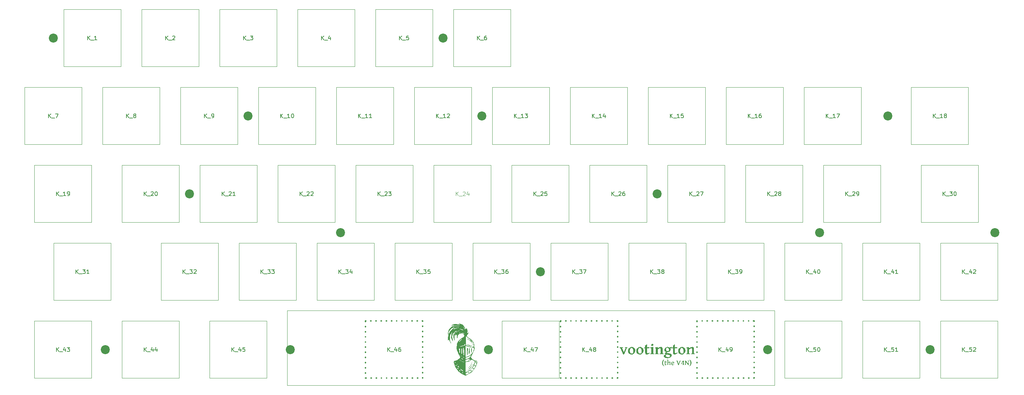
<source format=gbr>
G04 #@! TF.GenerationSoftware,KiCad,Pcbnew,8.0.8*
G04 #@! TF.CreationDate,2025-02-11T15:39:55+01:00*
G04 #@! TF.ProjectId,vootington V4N STM32G0B1CBT6,766f6f74-696e-4677-946f-6e2056344e20,rev?*
G04 #@! TF.SameCoordinates,Original*
G04 #@! TF.FileFunction,Legend,Top*
G04 #@! TF.FilePolarity,Positive*
%FSLAX46Y46*%
G04 Gerber Fmt 4.6, Leading zero omitted, Abs format (unit mm)*
G04 Created by KiCad (PCBNEW 8.0.8) date 2025-02-11 15:39:55*
%MOMM*%
%LPD*%
G01*
G04 APERTURE LIST*
%ADD10C,0.120000*%
%ADD11C,0.500000*%
%ADD12C,0.200000*%
%ADD13C,0.150000*%
%ADD14C,0.125000*%
%ADD15C,0.000000*%
%ADD16C,0.300000*%
%ADD17C,2.200000*%
G04 APERTURE END LIST*
D10*
X93662500Y-88900000D02*
X212788500Y-88900000D01*
X212788500Y-107156250D02*
X93662500Y-107156250D01*
X93662500Y-88900000D02*
X93662500Y-107156250D01*
X212788500Y-107156250D02*
X212788500Y-88900000D01*
D11*
G36*
X176850314Y-97940813D02*
G01*
X176760982Y-97965665D01*
X176707921Y-97991188D01*
X176677696Y-98024100D01*
X176656202Y-98069102D01*
X176121555Y-99398333D01*
X176069165Y-99474231D01*
X175988564Y-99535353D01*
X175892516Y-99579683D01*
X175796467Y-99609236D01*
X175129501Y-98069102D01*
X175067708Y-97989845D01*
X174941090Y-97942122D01*
X174935389Y-97940813D01*
X174935389Y-97803793D01*
X175791094Y-97803793D01*
X175791094Y-97940813D01*
X175674224Y-97960963D01*
X175611759Y-97985143D01*
X175592280Y-98019398D01*
X175605714Y-98069102D01*
X176012073Y-99014810D01*
X176393580Y-98069102D01*
X176405670Y-98021413D01*
X176391565Y-97987158D01*
X176340518Y-97962978D01*
X176240440Y-97940813D01*
X176240440Y-97803793D01*
X176850314Y-97803793D01*
X176850314Y-97940813D01*
G37*
G36*
X178057837Y-97770252D02*
G01*
X178197740Y-97801802D01*
X178268205Y-97827973D01*
X178388914Y-97891082D01*
X178502048Y-97978136D01*
X178538215Y-98014025D01*
X178626923Y-98125947D01*
X178691336Y-98245070D01*
X178711506Y-98294782D01*
X178750645Y-98431394D01*
X178769063Y-98565565D01*
X178771956Y-98647408D01*
X178761117Y-98786797D01*
X178737701Y-98892567D01*
X178690994Y-99022487D01*
X178642324Y-99118247D01*
X178565911Y-99232748D01*
X178495900Y-99315046D01*
X178394741Y-99409192D01*
X178307833Y-99471544D01*
X178187335Y-99535702D01*
X178086855Y-99572966D01*
X177952282Y-99602294D01*
X177844383Y-99609236D01*
X177703395Y-99599791D01*
X177562171Y-99568241D01*
X177491085Y-99542069D01*
X177370053Y-99479183D01*
X177257065Y-99392863D01*
X177221075Y-99357361D01*
X177133029Y-99245898D01*
X177068308Y-99126972D01*
X177047785Y-99077275D01*
X177008211Y-98940553D01*
X176989588Y-98806083D01*
X176986663Y-98723978D01*
X176988931Y-98691738D01*
X177464219Y-98691738D01*
X177472950Y-98833628D01*
X177499145Y-98966450D01*
X177543079Y-99093468D01*
X177593179Y-99190116D01*
X177679737Y-99297350D01*
X177731542Y-99339897D01*
X177859251Y-99391699D01*
X177896773Y-99394303D01*
X178034756Y-99374302D01*
X178085511Y-99351987D01*
X178186475Y-99261043D01*
X178208427Y-99227057D01*
X178260664Y-99096924D01*
X178275593Y-99026229D01*
X178291316Y-98889866D01*
X178295743Y-98752860D01*
X178288807Y-98618539D01*
X178266117Y-98481771D01*
X178264175Y-98473446D01*
X178223954Y-98341053D01*
X178176186Y-98239034D01*
X178096216Y-98128786D01*
X178039166Y-98078505D01*
X177915941Y-98023455D01*
X177863189Y-98018727D01*
X177726271Y-98040711D01*
X177668406Y-98069774D01*
X177570300Y-98168635D01*
X177545490Y-98211495D01*
X177497404Y-98344088D01*
X177481682Y-98425086D01*
X177468056Y-98561894D01*
X177464219Y-98691738D01*
X176988931Y-98691738D01*
X176996297Y-98587052D01*
X177025200Y-98453338D01*
X177055173Y-98365979D01*
X177114710Y-98241080D01*
X177189548Y-98127327D01*
X177247942Y-98057684D01*
X177347653Y-97964395D01*
X177460398Y-97886030D01*
X177542804Y-97842078D01*
X177675888Y-97792553D01*
X177818230Y-97765886D01*
X177918266Y-97760806D01*
X178057837Y-97770252D01*
G37*
G36*
X180078213Y-97770252D02*
G01*
X180218116Y-97801802D01*
X180288582Y-97827973D01*
X180409290Y-97891082D01*
X180522425Y-97978136D01*
X180558592Y-98014025D01*
X180647300Y-98125947D01*
X180711713Y-98245070D01*
X180731883Y-98294782D01*
X180771022Y-98431394D01*
X180789440Y-98565565D01*
X180792333Y-98647408D01*
X180781494Y-98786797D01*
X180758078Y-98892567D01*
X180711370Y-99022487D01*
X180662701Y-99118247D01*
X180586288Y-99232748D01*
X180516277Y-99315046D01*
X180415118Y-99409192D01*
X180328210Y-99471544D01*
X180207711Y-99535702D01*
X180107231Y-99572966D01*
X179972659Y-99602294D01*
X179864759Y-99609236D01*
X179723772Y-99599791D01*
X179582547Y-99568241D01*
X179511462Y-99542069D01*
X179390429Y-99479183D01*
X179277442Y-99392863D01*
X179241452Y-99357361D01*
X179153405Y-99245898D01*
X179088685Y-99126972D01*
X179068161Y-99077275D01*
X179028587Y-98940553D01*
X179009964Y-98806083D01*
X179007040Y-98723978D01*
X179009308Y-98691738D01*
X179484595Y-98691738D01*
X179493327Y-98833628D01*
X179519522Y-98966450D01*
X179563456Y-99093468D01*
X179613556Y-99190116D01*
X179700114Y-99297350D01*
X179751919Y-99339897D01*
X179879628Y-99391699D01*
X179917150Y-99394303D01*
X180055133Y-99374302D01*
X180105888Y-99351987D01*
X180206852Y-99261043D01*
X180228803Y-99227057D01*
X180281041Y-99096924D01*
X180295970Y-99026229D01*
X180311693Y-98889866D01*
X180316120Y-98752860D01*
X180309184Y-98618539D01*
X180286494Y-98481771D01*
X180284552Y-98473446D01*
X180244331Y-98341053D01*
X180196563Y-98239034D01*
X180116593Y-98128786D01*
X180059543Y-98078505D01*
X179936318Y-98023455D01*
X179883566Y-98018727D01*
X179746648Y-98040711D01*
X179688782Y-98069774D01*
X179590677Y-98168635D01*
X179565867Y-98211495D01*
X179517781Y-98344088D01*
X179502059Y-98425086D01*
X179488433Y-98561894D01*
X179484595Y-98691738D01*
X179009308Y-98691738D01*
X179016674Y-98587052D01*
X179045577Y-98453338D01*
X179075550Y-98365979D01*
X179135087Y-98241080D01*
X179209925Y-98127327D01*
X179268318Y-98057684D01*
X179368030Y-97964395D01*
X179480775Y-97886030D01*
X179563181Y-97842078D01*
X179696265Y-97792553D01*
X179838606Y-97765886D01*
X179938643Y-97760806D01*
X180078213Y-97770252D01*
G37*
G36*
X182294854Y-99261312D02*
G01*
X182174079Y-99345607D01*
X182049749Y-99425986D01*
X181925937Y-99497351D01*
X181869688Y-99525949D01*
X181740537Y-99579874D01*
X181608446Y-99608911D01*
X181595647Y-99609236D01*
X181460254Y-99585581D01*
X181441835Y-99578340D01*
X181329289Y-99500248D01*
X181315562Y-99484978D01*
X181244722Y-99366649D01*
X181229588Y-99326464D01*
X181201882Y-99193862D01*
X181197348Y-99101455D01*
X181197348Y-98061714D01*
X180968981Y-98061714D01*
X180913905Y-97987158D01*
X181061000Y-97803793D01*
X181197348Y-97803793D01*
X181197348Y-97402136D01*
X181578856Y-97116005D01*
X181650724Y-97179142D01*
X181650724Y-97803793D01*
X182227015Y-97803793D01*
X182294854Y-97878348D01*
X182252539Y-97951560D01*
X182200148Y-98025443D01*
X182148430Y-98088580D01*
X182104100Y-98127537D01*
X182046337Y-98105372D01*
X181967751Y-98083879D01*
X181876405Y-98067759D01*
X181776998Y-98061714D01*
X181650724Y-98061714D01*
X181650724Y-98925478D01*
X181658262Y-99059660D01*
X181662143Y-99085335D01*
X181695054Y-99190787D01*
X181746101Y-99247879D01*
X181811253Y-99265342D01*
X181881778Y-99258626D01*
X181965736Y-99237132D01*
X182072532Y-99194146D01*
X182196877Y-99131545D01*
X182211567Y-99123620D01*
X182294854Y-99261312D01*
G37*
G36*
X182447322Y-99566250D02*
G01*
X182447322Y-99429229D01*
X182581184Y-99394072D01*
X182636061Y-99371466D01*
X182696511Y-99314374D01*
X182696511Y-98347844D01*
X182695076Y-98212062D01*
X182694496Y-98192689D01*
X182670988Y-98099999D01*
X182598447Y-98052310D01*
X182465656Y-98029941D01*
X182447322Y-98028130D01*
X182447322Y-97896483D01*
X182586205Y-97874573D01*
X182718403Y-97848805D01*
X182754946Y-97840735D01*
X182887751Y-97806781D01*
X183020951Y-97763731D01*
X183028987Y-97760806D01*
X183149887Y-97760806D01*
X183149887Y-99314374D01*
X183206307Y-99369451D01*
X183337660Y-99415418D01*
X183401762Y-99429229D01*
X183401762Y-99566250D01*
X182447322Y-99566250D01*
G37*
G36*
X183221755Y-97203322D02*
G01*
X183196904Y-97325566D01*
X183130408Y-97420271D01*
X183030330Y-97481393D01*
X182904728Y-97502886D01*
X182804650Y-97490124D01*
X182722706Y-97449824D01*
X182666958Y-97381986D01*
X182646136Y-97284594D01*
X182670316Y-97162350D01*
X182737483Y-97068989D01*
X182837561Y-97008538D01*
X182961148Y-96987045D01*
X183059212Y-96999807D01*
X183142498Y-97039435D01*
X183199590Y-97105930D01*
X183221755Y-97203322D01*
G37*
G36*
X184736366Y-99566250D02*
G01*
X184736366Y-99429229D01*
X184869541Y-99390271D01*
X184928463Y-99367436D01*
X184985555Y-99314374D01*
X184985555Y-98461356D01*
X184979510Y-98326477D01*
X184974808Y-98290081D01*
X184941897Y-98179927D01*
X184881446Y-98121492D01*
X184787413Y-98104700D01*
X184690693Y-98116790D01*
X184577853Y-98158434D01*
X184460605Y-98225947D01*
X184442176Y-98238362D01*
X184332043Y-98320327D01*
X184276945Y-98365979D01*
X184276945Y-99314374D01*
X184341425Y-99372809D01*
X184470638Y-99415880D01*
X184528149Y-99429229D01*
X184528149Y-99566250D01*
X183574381Y-99566250D01*
X183574381Y-99429229D01*
X183705881Y-99391553D01*
X183761104Y-99371466D01*
X183823570Y-99314374D01*
X183823570Y-98270602D01*
X183820883Y-98154404D01*
X183795360Y-98086565D01*
X183721476Y-98050295D01*
X183586211Y-98029476D01*
X183574381Y-98028130D01*
X183574381Y-97896483D01*
X183708272Y-97879331D01*
X183742969Y-97873647D01*
X183875351Y-97848595D01*
X183893423Y-97844765D01*
X184024634Y-97810407D01*
X184033130Y-97807823D01*
X184160996Y-97764060D01*
X184169479Y-97760806D01*
X184248735Y-97840063D01*
X184269557Y-98110745D01*
X184378199Y-98023428D01*
X184496006Y-97941254D01*
X184621419Y-97869889D01*
X184681961Y-97842078D01*
X184808710Y-97795807D01*
X184944793Y-97765886D01*
X185021153Y-97760806D01*
X185158751Y-97780348D01*
X185177652Y-97786330D01*
X185296590Y-97855165D01*
X185311314Y-97868945D01*
X185387631Y-97979878D01*
X185404004Y-98018727D01*
X185434804Y-98156568D01*
X185438931Y-98242392D01*
X185438931Y-99314374D01*
X185450349Y-99339897D01*
X185489977Y-99365421D01*
X185567219Y-99394303D01*
X185690134Y-99429229D01*
X185690134Y-99566250D01*
X184736366Y-99566250D01*
G37*
G36*
X187715885Y-97830660D02*
G01*
X187697750Y-97880363D01*
X187671555Y-97938127D01*
X187641330Y-97997233D01*
X187608418Y-98048952D01*
X187477443Y-98067759D01*
X187342217Y-98078660D01*
X187332362Y-98079177D01*
X187389295Y-98201678D01*
X187393484Y-98214854D01*
X187415563Y-98351732D01*
X187415649Y-98361277D01*
X187399529Y-98498801D01*
X187351169Y-98623900D01*
X187270527Y-98740213D01*
X187179222Y-98827415D01*
X187063191Y-98902810D01*
X186938857Y-98956717D01*
X186930033Y-98959733D01*
X186793775Y-98993963D01*
X186650727Y-99007236D01*
X186631141Y-99007422D01*
X186612334Y-99007422D01*
X186523037Y-99110258D01*
X186520316Y-99115560D01*
X186500838Y-99167950D01*
X186512256Y-99201534D01*
X186565989Y-99233774D01*
X186694950Y-99267357D01*
X186834113Y-99290553D01*
X186928018Y-99303627D01*
X187070973Y-99324530D01*
X187206466Y-99350772D01*
X187294077Y-99372809D01*
X187424885Y-99417979D01*
X187525803Y-99471544D01*
X187625293Y-99567005D01*
X187645360Y-99603191D01*
X187678410Y-99736759D01*
X187679615Y-99771108D01*
X187656568Y-99905736D01*
X187638643Y-99950443D01*
X187568309Y-100070706D01*
X187526474Y-100123062D01*
X187426931Y-100222186D01*
X187357886Y-100276874D01*
X187244731Y-100351020D01*
X187149669Y-100400461D01*
X187020291Y-100452174D01*
X186915257Y-100482404D01*
X186778701Y-100506301D01*
X186672785Y-100511958D01*
X186533820Y-100505926D01*
X186467926Y-100499196D01*
X186329203Y-100476964D01*
X186257694Y-100460239D01*
X186127153Y-100419495D01*
X186062238Y-100393073D01*
X185941412Y-100326120D01*
X185900367Y-100295009D01*
X185808439Y-100194915D01*
X185788870Y-100163362D01*
X185748690Y-100032216D01*
X185747226Y-99998804D01*
X185759265Y-99939025D01*
X186200602Y-99939025D01*
X186246947Y-100058582D01*
X186350019Y-100145538D01*
X186374564Y-100159332D01*
X186499964Y-100210791D01*
X186565989Y-100228514D01*
X186703751Y-100249825D01*
X186805103Y-100254037D01*
X186944125Y-100241021D01*
X186997872Y-100226499D01*
X187119013Y-100163541D01*
X187132877Y-100151944D01*
X187212805Y-100044477D01*
X187239672Y-99918203D01*
X187222209Y-99845663D01*
X187154370Y-99777825D01*
X187027647Y-99723917D01*
X187010633Y-99718718D01*
X186873309Y-99687706D01*
X186769505Y-99672373D01*
X186634384Y-99652072D01*
X186598901Y-99645506D01*
X186462971Y-99618724D01*
X186449791Y-99615953D01*
X186340225Y-99699072D01*
X186312771Y-99723420D01*
X186238215Y-99809393D01*
X186207319Y-99879247D01*
X186200602Y-99939025D01*
X185759265Y-99939025D01*
X185766705Y-99902083D01*
X185839916Y-99797303D01*
X185941044Y-99708013D01*
X185984325Y-99675731D01*
X186104304Y-99597973D01*
X186221424Y-99531323D01*
X186099054Y-99468940D01*
X186009848Y-99366911D01*
X186006490Y-99341912D01*
X186023953Y-99285492D01*
X186082389Y-99202206D01*
X186181053Y-99103935D01*
X186189184Y-99096754D01*
X186298997Y-99009555D01*
X186349712Y-98973167D01*
X186219117Y-98926595D01*
X186156944Y-98894582D01*
X186045230Y-98811833D01*
X186008505Y-98774353D01*
X185931935Y-98660505D01*
X185913128Y-98618526D01*
X185882201Y-98487381D01*
X185879545Y-98432474D01*
X185895757Y-98304857D01*
X186314114Y-98304857D01*
X186325911Y-98442821D01*
X186336951Y-98493596D01*
X186387801Y-98618599D01*
X186407476Y-98648751D01*
X186506776Y-98740702D01*
X186529048Y-98753531D01*
X186661709Y-98790624D01*
X186705025Y-98792488D01*
X186809805Y-98769651D01*
X186897793Y-98701141D01*
X186958243Y-98585614D01*
X186980523Y-98451178D01*
X186981080Y-98422399D01*
X186969016Y-98288370D01*
X186955557Y-98231646D01*
X186901328Y-98107052D01*
X186881002Y-98077162D01*
X186781046Y-97984556D01*
X186758758Y-97971710D01*
X186625361Y-97934123D01*
X186590169Y-97932753D01*
X186493449Y-97955590D01*
X186404789Y-98024772D01*
X186339637Y-98140970D01*
X186314737Y-98276062D01*
X186314114Y-98304857D01*
X185895757Y-98304857D01*
X185896504Y-98298980D01*
X185947383Y-98172539D01*
X186026976Y-98057684D01*
X186128734Y-97958948D01*
X186243120Y-97881723D01*
X186373446Y-97821322D01*
X186392027Y-97814540D01*
X186526374Y-97777808D01*
X186666120Y-97761646D01*
X186707040Y-97760806D01*
X186848318Y-97772282D01*
X186950855Y-97797076D01*
X187077600Y-97848111D01*
X187155042Y-97893125D01*
X187292529Y-97870921D01*
X187426712Y-97838285D01*
X187451919Y-97830660D01*
X187584437Y-97788061D01*
X187662823Y-97760806D01*
X187715885Y-97830660D01*
G37*
G36*
X189100192Y-99261312D02*
G01*
X188979418Y-99345607D01*
X188855088Y-99425986D01*
X188731275Y-99497351D01*
X188675026Y-99525949D01*
X188545876Y-99579874D01*
X188413784Y-99608911D01*
X188400986Y-99609236D01*
X188265592Y-99585581D01*
X188247174Y-99578340D01*
X188134628Y-99500248D01*
X188120900Y-99484978D01*
X188050060Y-99366649D01*
X188034927Y-99326464D01*
X188007221Y-99193862D01*
X188002687Y-99101455D01*
X188002687Y-98061714D01*
X187774320Y-98061714D01*
X187719243Y-97987158D01*
X187866338Y-97803793D01*
X188002687Y-97803793D01*
X188002687Y-97402136D01*
X188384194Y-97116005D01*
X188456063Y-97179142D01*
X188456063Y-97803793D01*
X189032354Y-97803793D01*
X189100192Y-97878348D01*
X189057877Y-97951560D01*
X189005487Y-98025443D01*
X188953768Y-98088580D01*
X188909438Y-98127537D01*
X188851675Y-98105372D01*
X188773090Y-98083879D01*
X188681743Y-98067759D01*
X188582336Y-98061714D01*
X188456063Y-98061714D01*
X188456063Y-98925478D01*
X188463601Y-99059660D01*
X188467481Y-99085335D01*
X188500393Y-99190787D01*
X188551439Y-99247879D01*
X188616591Y-99265342D01*
X188687116Y-99258626D01*
X188771075Y-99237132D01*
X188877870Y-99194146D01*
X189002216Y-99131545D01*
X189016905Y-99123620D01*
X189100192Y-99261312D01*
G37*
G36*
X190327864Y-97770252D02*
G01*
X190467767Y-97801802D01*
X190538233Y-97827973D01*
X190658942Y-97891082D01*
X190772076Y-97978136D01*
X190808243Y-98014025D01*
X190896951Y-98125947D01*
X190961364Y-98245070D01*
X190981534Y-98294782D01*
X191020673Y-98431394D01*
X191039091Y-98565565D01*
X191041984Y-98647408D01*
X191031145Y-98786797D01*
X191007729Y-98892567D01*
X190961022Y-99022487D01*
X190912352Y-99118247D01*
X190835939Y-99232748D01*
X190765928Y-99315046D01*
X190664769Y-99409192D01*
X190577861Y-99471544D01*
X190457363Y-99535702D01*
X190356883Y-99572966D01*
X190222310Y-99602294D01*
X190114410Y-99609236D01*
X189973423Y-99599791D01*
X189832198Y-99568241D01*
X189761113Y-99542069D01*
X189640081Y-99479183D01*
X189527093Y-99392863D01*
X189491103Y-99357361D01*
X189403057Y-99245898D01*
X189338336Y-99126972D01*
X189317812Y-99077275D01*
X189278238Y-98940553D01*
X189259615Y-98806083D01*
X189256691Y-98723978D01*
X189258959Y-98691738D01*
X189734247Y-98691738D01*
X189742978Y-98833628D01*
X189769173Y-98966450D01*
X189813107Y-99093468D01*
X189863207Y-99190116D01*
X189949765Y-99297350D01*
X190001570Y-99339897D01*
X190129279Y-99391699D01*
X190166801Y-99394303D01*
X190304784Y-99374302D01*
X190355539Y-99351987D01*
X190456503Y-99261043D01*
X190478454Y-99227057D01*
X190530692Y-99096924D01*
X190545621Y-99026229D01*
X190561344Y-98889866D01*
X190565771Y-98752860D01*
X190558835Y-98618539D01*
X190536145Y-98481771D01*
X190534203Y-98473446D01*
X190493982Y-98341053D01*
X190446214Y-98239034D01*
X190366244Y-98128786D01*
X190309194Y-98078505D01*
X190185969Y-98023455D01*
X190133217Y-98018727D01*
X189996299Y-98040711D01*
X189938434Y-98069774D01*
X189840328Y-98168635D01*
X189815518Y-98211495D01*
X189767432Y-98344088D01*
X189751710Y-98425086D01*
X189738084Y-98561894D01*
X189734247Y-98691738D01*
X189258959Y-98691738D01*
X189266325Y-98587052D01*
X189295228Y-98453338D01*
X189325201Y-98365979D01*
X189384738Y-98241080D01*
X189459576Y-98127327D01*
X189517969Y-98057684D01*
X189617681Y-97964395D01*
X189730426Y-97886030D01*
X189812832Y-97842078D01*
X189945916Y-97792553D01*
X190088257Y-97765886D01*
X190188294Y-97760806D01*
X190327864Y-97770252D01*
G37*
G36*
X192406813Y-99566250D02*
G01*
X192406813Y-99429229D01*
X192539988Y-99390271D01*
X192598910Y-99367436D01*
X192656002Y-99314374D01*
X192656002Y-98461356D01*
X192649957Y-98326477D01*
X192645255Y-98290081D01*
X192612343Y-98179927D01*
X192551893Y-98121492D01*
X192457860Y-98104700D01*
X192361139Y-98116790D01*
X192248299Y-98158434D01*
X192131051Y-98225947D01*
X192112622Y-98238362D01*
X192002490Y-98320327D01*
X191947392Y-98365979D01*
X191947392Y-99314374D01*
X192011872Y-99372809D01*
X192141084Y-99415880D01*
X192198596Y-99429229D01*
X192198596Y-99566250D01*
X191244827Y-99566250D01*
X191244827Y-99429229D01*
X191376327Y-99391553D01*
X191431551Y-99371466D01*
X191494016Y-99314374D01*
X191494016Y-98270602D01*
X191491330Y-98154404D01*
X191465806Y-98086565D01*
X191391923Y-98050295D01*
X191256658Y-98029476D01*
X191244827Y-98028130D01*
X191244827Y-97896483D01*
X191378718Y-97879331D01*
X191413416Y-97873647D01*
X191545798Y-97848595D01*
X191563870Y-97844765D01*
X191695081Y-97810407D01*
X191703577Y-97807823D01*
X191831443Y-97764060D01*
X191839925Y-97760806D01*
X191919182Y-97840063D01*
X191940004Y-98110745D01*
X192048646Y-98023428D01*
X192166453Y-97941254D01*
X192291866Y-97869889D01*
X192352408Y-97842078D01*
X192479157Y-97795807D01*
X192615240Y-97765886D01*
X192691600Y-97760806D01*
X192829197Y-97780348D01*
X192848099Y-97786330D01*
X192967036Y-97855165D01*
X192981760Y-97868945D01*
X193058077Y-97979878D01*
X193074451Y-98018727D01*
X193105250Y-98156568D01*
X193109377Y-98242392D01*
X193109377Y-99314374D01*
X193120796Y-99339897D01*
X193160424Y-99365421D01*
X193237666Y-99394303D01*
X193360581Y-99429229D01*
X193360581Y-99566250D01*
X192406813Y-99566250D01*
G37*
D12*
G36*
X185771537Y-102454801D02*
G01*
X185713432Y-102421051D01*
X185659674Y-102383339D01*
X185610263Y-102341667D01*
X185584691Y-102316804D01*
X185542117Y-102269285D01*
X185503697Y-102218433D01*
X185469431Y-102164249D01*
X185452189Y-102132706D01*
X185424433Y-102073383D01*
X185400927Y-102011162D01*
X185381671Y-101946043D01*
X185372810Y-101908613D01*
X185361323Y-101846942D01*
X185353118Y-101783439D01*
X185348195Y-101718104D01*
X185346554Y-101650937D01*
X185348405Y-101581442D01*
X185353958Y-101513703D01*
X185363212Y-101447720D01*
X185376168Y-101383491D01*
X185392559Y-101321248D01*
X185412118Y-101261523D01*
X185434844Y-101204316D01*
X185460737Y-101149629D01*
X185493557Y-101091089D01*
X185530193Y-101036027D01*
X185570644Y-100984443D01*
X185594766Y-100957288D01*
X185640718Y-100911352D01*
X185689616Y-100869714D01*
X185741461Y-100832376D01*
X185771537Y-100813490D01*
X185817943Y-100877909D01*
X185774023Y-100926762D01*
X185735438Y-100979242D01*
X185721161Y-101001251D01*
X185689090Y-101058252D01*
X185662483Y-101115708D01*
X185642698Y-101166420D01*
X185623211Y-101226634D01*
X185606348Y-101291261D01*
X185593415Y-101353198D01*
X185589576Y-101374637D01*
X185579983Y-101441120D01*
X185574091Y-101503135D01*
X185570680Y-101567897D01*
X185569731Y-101626818D01*
X185570723Y-101688623D01*
X185574211Y-101756283D01*
X185580211Y-101821963D01*
X185585607Y-101864650D01*
X185595768Y-101926812D01*
X185608394Y-101986559D01*
X185625310Y-102050112D01*
X185632929Y-102074699D01*
X185654044Y-102133839D01*
X185680645Y-102194899D01*
X185710781Y-102251775D01*
X185744381Y-102304104D01*
X185784903Y-102355596D01*
X185817943Y-102390382D01*
X185771537Y-102454801D01*
G37*
G36*
X186467629Y-102042642D02*
G01*
X186412731Y-102080957D01*
X186356218Y-102117494D01*
X186299939Y-102149932D01*
X186274371Y-102162931D01*
X186215667Y-102187443D01*
X186155625Y-102200641D01*
X186149808Y-102200789D01*
X186088265Y-102190037D01*
X186079893Y-102186745D01*
X186028736Y-102151249D01*
X186022496Y-102144308D01*
X185990296Y-102090522D01*
X185983417Y-102072256D01*
X185970823Y-102011983D01*
X185968763Y-101969979D01*
X185968763Y-101497370D01*
X185864959Y-101497370D01*
X185839925Y-101463481D01*
X185906786Y-101380133D01*
X185968763Y-101380133D01*
X185968763Y-101197561D01*
X186142175Y-101067502D01*
X186174843Y-101096201D01*
X186174843Y-101380133D01*
X186436793Y-101380133D01*
X186467629Y-101414022D01*
X186448395Y-101447300D01*
X186424581Y-101480883D01*
X186401072Y-101509582D01*
X186380922Y-101527289D01*
X186354666Y-101517214D01*
X186318946Y-101507445D01*
X186277425Y-101500117D01*
X186232240Y-101497370D01*
X186174843Y-101497370D01*
X186174843Y-101889990D01*
X186178269Y-101950981D01*
X186180033Y-101962652D01*
X186194993Y-102010585D01*
X186218196Y-102036536D01*
X186247810Y-102044474D01*
X186279867Y-102041420D01*
X186318030Y-102031651D01*
X186366573Y-102012111D01*
X186423094Y-101983656D01*
X186429771Y-101980054D01*
X186467629Y-102042642D01*
G37*
G36*
X187052285Y-102181250D02*
G01*
X187052285Y-102118968D01*
X187112819Y-102101259D01*
X187139602Y-102090880D01*
X187165553Y-102066761D01*
X187165553Y-101691848D01*
X187162811Y-101629141D01*
X187159752Y-101606363D01*
X187142655Y-101552935D01*
X187112430Y-101525152D01*
X187068466Y-101516909D01*
X187008294Y-101527780D01*
X186965884Y-101547745D01*
X186912678Y-101582270D01*
X186860597Y-101621743D01*
X186843457Y-101635672D01*
X186843457Y-102066761D01*
X186872766Y-102093322D01*
X186931499Y-102112900D01*
X186957641Y-102118968D01*
X186957641Y-102181250D01*
X186524110Y-102181250D01*
X186524110Y-102118662D01*
X186583882Y-102101537D01*
X186608984Y-102092406D01*
X186637377Y-102066455D01*
X186637377Y-101094369D01*
X186635240Y-101038193D01*
X186622418Y-101007052D01*
X186588529Y-100991176D01*
X186526668Y-100981425D01*
X186524110Y-100981101D01*
X186524110Y-100921262D01*
X186585399Y-100911751D01*
X186610205Y-100907523D01*
X186670774Y-100895021D01*
X186681036Y-100892563D01*
X186739872Y-100876034D01*
X186743623Y-100874856D01*
X186801637Y-100854158D01*
X186805600Y-100852568D01*
X186843457Y-100887984D01*
X186843457Y-101513551D01*
X186892001Y-101475903D01*
X186944787Y-101440255D01*
X187001173Y-101408973D01*
X187028471Y-101396619D01*
X187090524Y-101374666D01*
X187151547Y-101362317D01*
X187181734Y-101360594D01*
X187244278Y-101369476D01*
X187252869Y-101372195D01*
X187306932Y-101403484D01*
X187313625Y-101409747D01*
X187348314Y-101460172D01*
X187355757Y-101477830D01*
X187369757Y-101540485D01*
X187371632Y-101579496D01*
X187371632Y-102066761D01*
X187376823Y-102078362D01*
X187394836Y-102089964D01*
X187429945Y-102103092D01*
X187485816Y-102118968D01*
X187485816Y-102181250D01*
X187052285Y-102181250D01*
G37*
G36*
X188033186Y-101365280D02*
G01*
X188094395Y-101380807D01*
X188114131Y-101388987D01*
X188170078Y-101422036D01*
X188215186Y-101464397D01*
X188249991Y-101515153D01*
X188274415Y-101573390D01*
X188289070Y-101636512D01*
X188293935Y-101698322D01*
X188293955Y-101702534D01*
X188271667Y-101720852D01*
X188239916Y-101740086D01*
X188205111Y-101757793D01*
X188173665Y-101770922D01*
X187767611Y-101770922D01*
X187772725Y-101832211D01*
X187784403Y-101888463D01*
X187806581Y-101947106D01*
X187826840Y-101981276D01*
X187870105Y-102026928D01*
X187893396Y-102042336D01*
X187952613Y-102061896D01*
X187983155Y-102064013D01*
X188035362Y-102060960D01*
X188090317Y-102046916D01*
X188147752Y-102020369D01*
X188156873Y-102015470D01*
X188211276Y-101982580D01*
X188244495Y-101960210D01*
X188256707Y-101970590D01*
X188270446Y-101987382D01*
X188282048Y-102003868D01*
X188289070Y-102015164D01*
X188242911Y-102059606D01*
X188194535Y-102101117D01*
X188182519Y-102110419D01*
X188130537Y-102145678D01*
X188091844Y-102166290D01*
X188032377Y-102187660D01*
X188005443Y-102193462D01*
X187942487Y-102200073D01*
X187911104Y-102200789D01*
X187848835Y-102195296D01*
X187789722Y-102178817D01*
X187773412Y-102172090D01*
X187719875Y-102142212D01*
X187672533Y-102103335D01*
X187660144Y-102090574D01*
X187621526Y-102040385D01*
X187590621Y-101982249D01*
X187583208Y-101964179D01*
X187564824Y-101901478D01*
X187556173Y-101838860D01*
X187554815Y-101800231D01*
X187558316Y-101737296D01*
X187566573Y-101692764D01*
X187770359Y-101692764D01*
X188056123Y-101692764D01*
X188082379Y-101686047D01*
X188088791Y-101660402D01*
X188081769Y-101598730D01*
X188061599Y-101540627D01*
X188057344Y-101532785D01*
X188017774Y-101485534D01*
X188010633Y-101479967D01*
X187951039Y-101458820D01*
X187937665Y-101458291D01*
X187877483Y-101469810D01*
X187868056Y-101474472D01*
X187822758Y-101515836D01*
X187818902Y-101521489D01*
X187792635Y-101577019D01*
X187787151Y-101595372D01*
X187774685Y-101656875D01*
X187770359Y-101692764D01*
X187566573Y-101692764D01*
X187570421Y-101672013D01*
X187591172Y-101611620D01*
X187599084Y-101594456D01*
X187631045Y-101540569D01*
X187671593Y-101491869D01*
X187720728Y-101448358D01*
X187731585Y-101440278D01*
X187781655Y-101409442D01*
X187838368Y-101384755D01*
X187840273Y-101384102D01*
X187899128Y-101367823D01*
X187903166Y-101367005D01*
X187964417Y-101360619D01*
X187968501Y-101360594D01*
X188033186Y-101365280D01*
G37*
G36*
X189920307Y-101168558D02*
G01*
X189859886Y-101181502D01*
X189828716Y-101190234D01*
X189787194Y-101224428D01*
X189464488Y-102105840D01*
X189438232Y-102139728D01*
X189394269Y-102167511D01*
X189343588Y-102187661D01*
X189296877Y-102200789D01*
X188906088Y-101224428D01*
X188870978Y-101189013D01*
X188810560Y-101171323D01*
X188791294Y-101168558D01*
X188791294Y-101106581D01*
X189229099Y-101106581D01*
X189229099Y-101168558D01*
X189166503Y-101176468D01*
X189138119Y-101185960D01*
X189125296Y-101222902D01*
X189404344Y-101932732D01*
X189659272Y-101224428D01*
X189660493Y-101203362D01*
X189644617Y-101188402D01*
X189608592Y-101177411D01*
X189550279Y-101168558D01*
X189550279Y-101106581D01*
X189920307Y-101106581D01*
X189920307Y-101168558D01*
G37*
G36*
X190629527Y-101142912D02*
G01*
X190629527Y-101770922D01*
X190741878Y-101770922D01*
X190764471Y-101795956D01*
X190726055Y-101843649D01*
X190721423Y-101848469D01*
X190676849Y-101888158D01*
X190629527Y-101888158D01*
X190629527Y-102064013D01*
X190634717Y-102076836D01*
X190653646Y-102089048D01*
X190690587Y-102102481D01*
X190748900Y-102117441D01*
X190748900Y-102181250D01*
X190251866Y-102181250D01*
X190251866Y-102117441D01*
X190313332Y-102105825D01*
X190342541Y-102099428D01*
X190397496Y-102083858D01*
X190424668Y-102069203D01*
X190431995Y-102054243D01*
X190431995Y-101888158D01*
X190025026Y-101888158D01*
X189989916Y-101853048D01*
X190039834Y-101770922D01*
X190158138Y-101770922D01*
X190431995Y-101770922D01*
X190431995Y-101335253D01*
X190158138Y-101770922D01*
X190039834Y-101770922D01*
X190402992Y-101173442D01*
X190448176Y-101158177D01*
X190498857Y-101140775D01*
X190548621Y-101122762D01*
X190591669Y-101106581D01*
X190629527Y-101142912D01*
G37*
G36*
X190864916Y-102181250D02*
G01*
X190864916Y-102118968D01*
X190926861Y-102106890D01*
X190954980Y-102095154D01*
X190982458Y-102067066D01*
X190982458Y-101231145D01*
X190932461Y-101193528D01*
X190872602Y-101170287D01*
X190864916Y-101168863D01*
X190864916Y-101106581D01*
X191104579Y-101106581D01*
X191125645Y-101108718D01*
X191142437Y-101117572D01*
X191160755Y-101137417D01*
X191187011Y-101172832D01*
X191712438Y-101892127D01*
X191712438Y-101221070D01*
X191706638Y-101208858D01*
X191687709Y-101194508D01*
X191651683Y-101180464D01*
X191594897Y-101168558D01*
X191594897Y-101106581D01*
X191959734Y-101106581D01*
X191959734Y-101168558D01*
X191897977Y-101181400D01*
X191869364Y-101193287D01*
X191841277Y-101221070D01*
X191841277Y-102200789D01*
X191779692Y-102192308D01*
X191718698Y-102173570D01*
X191709080Y-102169037D01*
X191657250Y-102135239D01*
X191636113Y-102112556D01*
X191111296Y-101395093D01*
X191111296Y-102066761D01*
X191117402Y-102079278D01*
X191137552Y-102093627D01*
X191173883Y-102107977D01*
X191229754Y-102118968D01*
X191229754Y-102181250D01*
X190864916Y-102181250D01*
G37*
G36*
X192483025Y-101616438D02*
G01*
X192481174Y-101685952D01*
X192475621Y-101753748D01*
X192466367Y-101819827D01*
X192453410Y-101884189D01*
X192437019Y-101946337D01*
X192417461Y-102006082D01*
X192394735Y-102063421D01*
X192368841Y-102118357D01*
X192336021Y-102177044D01*
X192299386Y-102232205D01*
X192258935Y-102283841D01*
X192234813Y-102311004D01*
X192188984Y-102356939D01*
X192140113Y-102398577D01*
X192088198Y-102435915D01*
X192058042Y-102454801D01*
X192011636Y-102390382D01*
X192055497Y-102341529D01*
X192093923Y-102289049D01*
X192108112Y-102267040D01*
X192140369Y-102209996D01*
X192167072Y-102152425D01*
X192186880Y-102101565D01*
X192206498Y-102041089D01*
X192223374Y-101976439D01*
X192236216Y-101914684D01*
X192240003Y-101893348D01*
X192249596Y-101826941D01*
X192255487Y-101764831D01*
X192258898Y-101699820D01*
X192259848Y-101640557D01*
X192258856Y-101579134D01*
X192255367Y-101511720D01*
X192249367Y-101446094D01*
X192243972Y-101403336D01*
X192233810Y-101340903D01*
X192221185Y-101281030D01*
X192204268Y-101217506D01*
X192196650Y-101192982D01*
X192175696Y-101133841D01*
X192149203Y-101072781D01*
X192119103Y-101015906D01*
X192085467Y-100963510D01*
X192044823Y-100912277D01*
X192011636Y-100877909D01*
X192058042Y-100813490D01*
X192115852Y-100847241D01*
X192169411Y-100884952D01*
X192218720Y-100926624D01*
X192244277Y-100951487D01*
X192287146Y-100999006D01*
X192325765Y-101049858D01*
X192360133Y-101104042D01*
X192377390Y-101135585D01*
X192405146Y-101194613D01*
X192428652Y-101256635D01*
X192447908Y-101321652D01*
X192456769Y-101359067D01*
X192468256Y-101420605D01*
X192476461Y-101484012D01*
X192481384Y-101549290D01*
X192483025Y-101616438D01*
G37*
D13*
X87304762Y-79829819D02*
X87304762Y-78829819D01*
X87876190Y-79829819D02*
X87447619Y-79258390D01*
X87876190Y-78829819D02*
X87304762Y-79401247D01*
X88066667Y-79925057D02*
X88828571Y-79925057D01*
X88971429Y-78829819D02*
X89590476Y-78829819D01*
X89590476Y-78829819D02*
X89257143Y-79210771D01*
X89257143Y-79210771D02*
X89400000Y-79210771D01*
X89400000Y-79210771D02*
X89495238Y-79258390D01*
X89495238Y-79258390D02*
X89542857Y-79306009D01*
X89542857Y-79306009D02*
X89590476Y-79401247D01*
X89590476Y-79401247D02*
X89590476Y-79639342D01*
X89590476Y-79639342D02*
X89542857Y-79734580D01*
X89542857Y-79734580D02*
X89495238Y-79782200D01*
X89495238Y-79782200D02*
X89400000Y-79829819D01*
X89400000Y-79829819D02*
X89114286Y-79829819D01*
X89114286Y-79829819D02*
X89019048Y-79782200D01*
X89019048Y-79782200D02*
X88971429Y-79734580D01*
X89923810Y-78829819D02*
X90542857Y-78829819D01*
X90542857Y-78829819D02*
X90209524Y-79210771D01*
X90209524Y-79210771D02*
X90352381Y-79210771D01*
X90352381Y-79210771D02*
X90447619Y-79258390D01*
X90447619Y-79258390D02*
X90495238Y-79306009D01*
X90495238Y-79306009D02*
X90542857Y-79401247D01*
X90542857Y-79401247D02*
X90542857Y-79639342D01*
X90542857Y-79639342D02*
X90495238Y-79734580D01*
X90495238Y-79734580D02*
X90447619Y-79782200D01*
X90447619Y-79782200D02*
X90352381Y-79829819D01*
X90352381Y-79829819D02*
X90066667Y-79829819D01*
X90066667Y-79829819D02*
X89971429Y-79782200D01*
X89971429Y-79782200D02*
X89923810Y-79734580D01*
X153979762Y-60779819D02*
X153979762Y-59779819D01*
X154551190Y-60779819D02*
X154122619Y-60208390D01*
X154551190Y-59779819D02*
X153979762Y-60351247D01*
X154741667Y-60875057D02*
X155503571Y-60875057D01*
X155694048Y-59875057D02*
X155741667Y-59827438D01*
X155741667Y-59827438D02*
X155836905Y-59779819D01*
X155836905Y-59779819D02*
X156075000Y-59779819D01*
X156075000Y-59779819D02*
X156170238Y-59827438D01*
X156170238Y-59827438D02*
X156217857Y-59875057D01*
X156217857Y-59875057D02*
X156265476Y-59970295D01*
X156265476Y-59970295D02*
X156265476Y-60065533D01*
X156265476Y-60065533D02*
X156217857Y-60208390D01*
X156217857Y-60208390D02*
X155646429Y-60779819D01*
X155646429Y-60779819D02*
X156265476Y-60779819D01*
X157170238Y-59779819D02*
X156694048Y-59779819D01*
X156694048Y-59779819D02*
X156646429Y-60256009D01*
X156646429Y-60256009D02*
X156694048Y-60208390D01*
X156694048Y-60208390D02*
X156789286Y-60160771D01*
X156789286Y-60160771D02*
X157027381Y-60160771D01*
X157027381Y-60160771D02*
X157122619Y-60208390D01*
X157122619Y-60208390D02*
X157170238Y-60256009D01*
X157170238Y-60256009D02*
X157217857Y-60351247D01*
X157217857Y-60351247D02*
X157217857Y-60589342D01*
X157217857Y-60589342D02*
X157170238Y-60684580D01*
X157170238Y-60684580D02*
X157122619Y-60732200D01*
X157122619Y-60732200D02*
X157027381Y-60779819D01*
X157027381Y-60779819D02*
X156789286Y-60779819D01*
X156789286Y-60779819D02*
X156694048Y-60732200D01*
X156694048Y-60732200D02*
X156646429Y-60684580D01*
X68254762Y-79829819D02*
X68254762Y-78829819D01*
X68826190Y-79829819D02*
X68397619Y-79258390D01*
X68826190Y-78829819D02*
X68254762Y-79401247D01*
X69016667Y-79925057D02*
X69778571Y-79925057D01*
X69921429Y-78829819D02*
X70540476Y-78829819D01*
X70540476Y-78829819D02*
X70207143Y-79210771D01*
X70207143Y-79210771D02*
X70350000Y-79210771D01*
X70350000Y-79210771D02*
X70445238Y-79258390D01*
X70445238Y-79258390D02*
X70492857Y-79306009D01*
X70492857Y-79306009D02*
X70540476Y-79401247D01*
X70540476Y-79401247D02*
X70540476Y-79639342D01*
X70540476Y-79639342D02*
X70492857Y-79734580D01*
X70492857Y-79734580D02*
X70445238Y-79782200D01*
X70445238Y-79782200D02*
X70350000Y-79829819D01*
X70350000Y-79829819D02*
X70064286Y-79829819D01*
X70064286Y-79829819D02*
X69969048Y-79782200D01*
X69969048Y-79782200D02*
X69921429Y-79734580D01*
X70921429Y-78925057D02*
X70969048Y-78877438D01*
X70969048Y-78877438D02*
X71064286Y-78829819D01*
X71064286Y-78829819D02*
X71302381Y-78829819D01*
X71302381Y-78829819D02*
X71397619Y-78877438D01*
X71397619Y-78877438D02*
X71445238Y-78925057D01*
X71445238Y-78925057D02*
X71492857Y-79020295D01*
X71492857Y-79020295D02*
X71492857Y-79115533D01*
X71492857Y-79115533D02*
X71445238Y-79258390D01*
X71445238Y-79258390D02*
X70873810Y-79829819D01*
X70873810Y-79829819D02*
X71492857Y-79829819D01*
X80161012Y-98879819D02*
X80161012Y-97879819D01*
X80732440Y-98879819D02*
X80303869Y-98308390D01*
X80732440Y-97879819D02*
X80161012Y-98451247D01*
X80922917Y-98975057D02*
X81684821Y-98975057D01*
X82351488Y-98213152D02*
X82351488Y-98879819D01*
X82113393Y-97832200D02*
X81875298Y-98546485D01*
X81875298Y-98546485D02*
X82494345Y-98546485D01*
X83351488Y-97879819D02*
X82875298Y-97879819D01*
X82875298Y-97879819D02*
X82827679Y-98356009D01*
X82827679Y-98356009D02*
X82875298Y-98308390D01*
X82875298Y-98308390D02*
X82970536Y-98260771D01*
X82970536Y-98260771D02*
X83208631Y-98260771D01*
X83208631Y-98260771D02*
X83303869Y-98308390D01*
X83303869Y-98308390D02*
X83351488Y-98356009D01*
X83351488Y-98356009D02*
X83399107Y-98451247D01*
X83399107Y-98451247D02*
X83399107Y-98689342D01*
X83399107Y-98689342D02*
X83351488Y-98784580D01*
X83351488Y-98784580D02*
X83303869Y-98832200D01*
X83303869Y-98832200D02*
X83208631Y-98879819D01*
X83208631Y-98879819D02*
X82970536Y-98879819D01*
X82970536Y-98879819D02*
X82875298Y-98832200D01*
X82875298Y-98832200D02*
X82827679Y-98784580D01*
X253992262Y-60779819D02*
X253992262Y-59779819D01*
X254563690Y-60779819D02*
X254135119Y-60208390D01*
X254563690Y-59779819D02*
X253992262Y-60351247D01*
X254754167Y-60875057D02*
X255516071Y-60875057D01*
X255658929Y-59779819D02*
X256277976Y-59779819D01*
X256277976Y-59779819D02*
X255944643Y-60160771D01*
X255944643Y-60160771D02*
X256087500Y-60160771D01*
X256087500Y-60160771D02*
X256182738Y-60208390D01*
X256182738Y-60208390D02*
X256230357Y-60256009D01*
X256230357Y-60256009D02*
X256277976Y-60351247D01*
X256277976Y-60351247D02*
X256277976Y-60589342D01*
X256277976Y-60589342D02*
X256230357Y-60684580D01*
X256230357Y-60684580D02*
X256182738Y-60732200D01*
X256182738Y-60732200D02*
X256087500Y-60779819D01*
X256087500Y-60779819D02*
X255801786Y-60779819D01*
X255801786Y-60779819D02*
X255706548Y-60732200D01*
X255706548Y-60732200D02*
X255658929Y-60684580D01*
X256897024Y-59779819D02*
X256992262Y-59779819D01*
X256992262Y-59779819D02*
X257087500Y-59827438D01*
X257087500Y-59827438D02*
X257135119Y-59875057D01*
X257135119Y-59875057D02*
X257182738Y-59970295D01*
X257182738Y-59970295D02*
X257230357Y-60160771D01*
X257230357Y-60160771D02*
X257230357Y-60398866D01*
X257230357Y-60398866D02*
X257182738Y-60589342D01*
X257182738Y-60589342D02*
X257135119Y-60684580D01*
X257135119Y-60684580D02*
X257087500Y-60732200D01*
X257087500Y-60732200D02*
X256992262Y-60779819D01*
X256992262Y-60779819D02*
X256897024Y-60779819D01*
X256897024Y-60779819D02*
X256801786Y-60732200D01*
X256801786Y-60732200D02*
X256754167Y-60684580D01*
X256754167Y-60684580D02*
X256706548Y-60589342D01*
X256706548Y-60589342D02*
X256658929Y-60398866D01*
X256658929Y-60398866D02*
X256658929Y-60160771D01*
X256658929Y-60160771D02*
X256706548Y-59970295D01*
X256706548Y-59970295D02*
X256754167Y-59875057D01*
X256754167Y-59875057D02*
X256801786Y-59827438D01*
X256801786Y-59827438D02*
X256897024Y-59779819D01*
X92067262Y-41729819D02*
X92067262Y-40729819D01*
X92638690Y-41729819D02*
X92210119Y-41158390D01*
X92638690Y-40729819D02*
X92067262Y-41301247D01*
X92829167Y-41825057D02*
X93591071Y-41825057D01*
X94352976Y-41729819D02*
X93781548Y-41729819D01*
X94067262Y-41729819D02*
X94067262Y-40729819D01*
X94067262Y-40729819D02*
X93972024Y-40872676D01*
X93972024Y-40872676D02*
X93876786Y-40967914D01*
X93876786Y-40967914D02*
X93781548Y-41015533D01*
X94972024Y-40729819D02*
X95067262Y-40729819D01*
X95067262Y-40729819D02*
X95162500Y-40777438D01*
X95162500Y-40777438D02*
X95210119Y-40825057D01*
X95210119Y-40825057D02*
X95257738Y-40920295D01*
X95257738Y-40920295D02*
X95305357Y-41110771D01*
X95305357Y-41110771D02*
X95305357Y-41348866D01*
X95305357Y-41348866D02*
X95257738Y-41539342D01*
X95257738Y-41539342D02*
X95210119Y-41634580D01*
X95210119Y-41634580D02*
X95162500Y-41682200D01*
X95162500Y-41682200D02*
X95067262Y-41729819D01*
X95067262Y-41729819D02*
X94972024Y-41729819D01*
X94972024Y-41729819D02*
X94876786Y-41682200D01*
X94876786Y-41682200D02*
X94829167Y-41634580D01*
X94829167Y-41634580D02*
X94781548Y-41539342D01*
X94781548Y-41539342D02*
X94733929Y-41348866D01*
X94733929Y-41348866D02*
X94733929Y-41110771D01*
X94733929Y-41110771D02*
X94781548Y-40920295D01*
X94781548Y-40920295D02*
X94829167Y-40825057D01*
X94829167Y-40825057D02*
X94876786Y-40777438D01*
X94876786Y-40777438D02*
X94972024Y-40729819D01*
X58729762Y-60779819D02*
X58729762Y-59779819D01*
X59301190Y-60779819D02*
X58872619Y-60208390D01*
X59301190Y-59779819D02*
X58729762Y-60351247D01*
X59491667Y-60875057D02*
X60253571Y-60875057D01*
X60444048Y-59875057D02*
X60491667Y-59827438D01*
X60491667Y-59827438D02*
X60586905Y-59779819D01*
X60586905Y-59779819D02*
X60825000Y-59779819D01*
X60825000Y-59779819D02*
X60920238Y-59827438D01*
X60920238Y-59827438D02*
X60967857Y-59875057D01*
X60967857Y-59875057D02*
X61015476Y-59970295D01*
X61015476Y-59970295D02*
X61015476Y-60065533D01*
X61015476Y-60065533D02*
X60967857Y-60208390D01*
X60967857Y-60208390D02*
X60396429Y-60779819D01*
X60396429Y-60779819D02*
X61015476Y-60779819D01*
X61634524Y-59779819D02*
X61729762Y-59779819D01*
X61729762Y-59779819D02*
X61825000Y-59827438D01*
X61825000Y-59827438D02*
X61872619Y-59875057D01*
X61872619Y-59875057D02*
X61920238Y-59970295D01*
X61920238Y-59970295D02*
X61967857Y-60160771D01*
X61967857Y-60160771D02*
X61967857Y-60398866D01*
X61967857Y-60398866D02*
X61920238Y-60589342D01*
X61920238Y-60589342D02*
X61872619Y-60684580D01*
X61872619Y-60684580D02*
X61825000Y-60732200D01*
X61825000Y-60732200D02*
X61729762Y-60779819D01*
X61729762Y-60779819D02*
X61634524Y-60779819D01*
X61634524Y-60779819D02*
X61539286Y-60732200D01*
X61539286Y-60732200D02*
X61491667Y-60684580D01*
X61491667Y-60684580D02*
X61444048Y-60589342D01*
X61444048Y-60589342D02*
X61396429Y-60398866D01*
X61396429Y-60398866D02*
X61396429Y-60160771D01*
X61396429Y-60160771D02*
X61444048Y-59970295D01*
X61444048Y-59970295D02*
X61491667Y-59875057D01*
X61491667Y-59875057D02*
X61539286Y-59827438D01*
X61539286Y-59827438D02*
X61634524Y-59779819D01*
X211129762Y-60779819D02*
X211129762Y-59779819D01*
X211701190Y-60779819D02*
X211272619Y-60208390D01*
X211701190Y-59779819D02*
X211129762Y-60351247D01*
X211891667Y-60875057D02*
X212653571Y-60875057D01*
X212844048Y-59875057D02*
X212891667Y-59827438D01*
X212891667Y-59827438D02*
X212986905Y-59779819D01*
X212986905Y-59779819D02*
X213225000Y-59779819D01*
X213225000Y-59779819D02*
X213320238Y-59827438D01*
X213320238Y-59827438D02*
X213367857Y-59875057D01*
X213367857Y-59875057D02*
X213415476Y-59970295D01*
X213415476Y-59970295D02*
X213415476Y-60065533D01*
X213415476Y-60065533D02*
X213367857Y-60208390D01*
X213367857Y-60208390D02*
X212796429Y-60779819D01*
X212796429Y-60779819D02*
X213415476Y-60779819D01*
X213986905Y-60208390D02*
X213891667Y-60160771D01*
X213891667Y-60160771D02*
X213844048Y-60113152D01*
X213844048Y-60113152D02*
X213796429Y-60017914D01*
X213796429Y-60017914D02*
X213796429Y-59970295D01*
X213796429Y-59970295D02*
X213844048Y-59875057D01*
X213844048Y-59875057D02*
X213891667Y-59827438D01*
X213891667Y-59827438D02*
X213986905Y-59779819D01*
X213986905Y-59779819D02*
X214177381Y-59779819D01*
X214177381Y-59779819D02*
X214272619Y-59827438D01*
X214272619Y-59827438D02*
X214320238Y-59875057D01*
X214320238Y-59875057D02*
X214367857Y-59970295D01*
X214367857Y-59970295D02*
X214367857Y-60017914D01*
X214367857Y-60017914D02*
X214320238Y-60113152D01*
X214320238Y-60113152D02*
X214272619Y-60160771D01*
X214272619Y-60160771D02*
X214177381Y-60208390D01*
X214177381Y-60208390D02*
X213986905Y-60208390D01*
X213986905Y-60208390D02*
X213891667Y-60256009D01*
X213891667Y-60256009D02*
X213844048Y-60303628D01*
X213844048Y-60303628D02*
X213796429Y-60398866D01*
X213796429Y-60398866D02*
X213796429Y-60589342D01*
X213796429Y-60589342D02*
X213844048Y-60684580D01*
X213844048Y-60684580D02*
X213891667Y-60732200D01*
X213891667Y-60732200D02*
X213986905Y-60779819D01*
X213986905Y-60779819D02*
X214177381Y-60779819D01*
X214177381Y-60779819D02*
X214272619Y-60732200D01*
X214272619Y-60732200D02*
X214320238Y-60684580D01*
X214320238Y-60684580D02*
X214367857Y-60589342D01*
X214367857Y-60589342D02*
X214367857Y-60398866D01*
X214367857Y-60398866D02*
X214320238Y-60303628D01*
X214320238Y-60303628D02*
X214272619Y-60256009D01*
X214272619Y-60256009D02*
X214177381Y-60208390D01*
X206367262Y-41729819D02*
X206367262Y-40729819D01*
X206938690Y-41729819D02*
X206510119Y-41158390D01*
X206938690Y-40729819D02*
X206367262Y-41301247D01*
X207129167Y-41825057D02*
X207891071Y-41825057D01*
X208652976Y-41729819D02*
X208081548Y-41729819D01*
X208367262Y-41729819D02*
X208367262Y-40729819D01*
X208367262Y-40729819D02*
X208272024Y-40872676D01*
X208272024Y-40872676D02*
X208176786Y-40967914D01*
X208176786Y-40967914D02*
X208081548Y-41015533D01*
X209510119Y-40729819D02*
X209319643Y-40729819D01*
X209319643Y-40729819D02*
X209224405Y-40777438D01*
X209224405Y-40777438D02*
X209176786Y-40825057D01*
X209176786Y-40825057D02*
X209081548Y-40967914D01*
X209081548Y-40967914D02*
X209033929Y-41158390D01*
X209033929Y-41158390D02*
X209033929Y-41539342D01*
X209033929Y-41539342D02*
X209081548Y-41634580D01*
X209081548Y-41634580D02*
X209129167Y-41682200D01*
X209129167Y-41682200D02*
X209224405Y-41729819D01*
X209224405Y-41729819D02*
X209414881Y-41729819D01*
X209414881Y-41729819D02*
X209510119Y-41682200D01*
X209510119Y-41682200D02*
X209557738Y-41634580D01*
X209557738Y-41634580D02*
X209605357Y-41539342D01*
X209605357Y-41539342D02*
X209605357Y-41301247D01*
X209605357Y-41301247D02*
X209557738Y-41206009D01*
X209557738Y-41206009D02*
X209510119Y-41158390D01*
X209510119Y-41158390D02*
X209414881Y-41110771D01*
X209414881Y-41110771D02*
X209224405Y-41110771D01*
X209224405Y-41110771D02*
X209129167Y-41158390D01*
X209129167Y-41158390D02*
X209081548Y-41206009D01*
X209081548Y-41206009D02*
X209033929Y-41301247D01*
X58729762Y-98879819D02*
X58729762Y-97879819D01*
X59301190Y-98879819D02*
X58872619Y-98308390D01*
X59301190Y-97879819D02*
X58729762Y-98451247D01*
X59491667Y-98975057D02*
X60253571Y-98975057D01*
X60920238Y-98213152D02*
X60920238Y-98879819D01*
X60682143Y-97832200D02*
X60444048Y-98546485D01*
X60444048Y-98546485D02*
X61063095Y-98546485D01*
X61872619Y-98213152D02*
X61872619Y-98879819D01*
X61634524Y-97832200D02*
X61396429Y-98546485D01*
X61396429Y-98546485D02*
X62015476Y-98546485D01*
X182554762Y-79829819D02*
X182554762Y-78829819D01*
X183126190Y-79829819D02*
X182697619Y-79258390D01*
X183126190Y-78829819D02*
X182554762Y-79401247D01*
X183316667Y-79925057D02*
X184078571Y-79925057D01*
X184221429Y-78829819D02*
X184840476Y-78829819D01*
X184840476Y-78829819D02*
X184507143Y-79210771D01*
X184507143Y-79210771D02*
X184650000Y-79210771D01*
X184650000Y-79210771D02*
X184745238Y-79258390D01*
X184745238Y-79258390D02*
X184792857Y-79306009D01*
X184792857Y-79306009D02*
X184840476Y-79401247D01*
X184840476Y-79401247D02*
X184840476Y-79639342D01*
X184840476Y-79639342D02*
X184792857Y-79734580D01*
X184792857Y-79734580D02*
X184745238Y-79782200D01*
X184745238Y-79782200D02*
X184650000Y-79829819D01*
X184650000Y-79829819D02*
X184364286Y-79829819D01*
X184364286Y-79829819D02*
X184269048Y-79782200D01*
X184269048Y-79782200D02*
X184221429Y-79734580D01*
X185411905Y-79258390D02*
X185316667Y-79210771D01*
X185316667Y-79210771D02*
X185269048Y-79163152D01*
X185269048Y-79163152D02*
X185221429Y-79067914D01*
X185221429Y-79067914D02*
X185221429Y-79020295D01*
X185221429Y-79020295D02*
X185269048Y-78925057D01*
X185269048Y-78925057D02*
X185316667Y-78877438D01*
X185316667Y-78877438D02*
X185411905Y-78829819D01*
X185411905Y-78829819D02*
X185602381Y-78829819D01*
X185602381Y-78829819D02*
X185697619Y-78877438D01*
X185697619Y-78877438D02*
X185745238Y-78925057D01*
X185745238Y-78925057D02*
X185792857Y-79020295D01*
X185792857Y-79020295D02*
X185792857Y-79067914D01*
X185792857Y-79067914D02*
X185745238Y-79163152D01*
X185745238Y-79163152D02*
X185697619Y-79210771D01*
X185697619Y-79210771D02*
X185602381Y-79258390D01*
X185602381Y-79258390D02*
X185411905Y-79258390D01*
X185411905Y-79258390D02*
X185316667Y-79306009D01*
X185316667Y-79306009D02*
X185269048Y-79353628D01*
X185269048Y-79353628D02*
X185221429Y-79448866D01*
X185221429Y-79448866D02*
X185221429Y-79639342D01*
X185221429Y-79639342D02*
X185269048Y-79734580D01*
X185269048Y-79734580D02*
X185316667Y-79782200D01*
X185316667Y-79782200D02*
X185411905Y-79829819D01*
X185411905Y-79829819D02*
X185602381Y-79829819D01*
X185602381Y-79829819D02*
X185697619Y-79782200D01*
X185697619Y-79782200D02*
X185745238Y-79734580D01*
X185745238Y-79734580D02*
X185792857Y-79639342D01*
X185792857Y-79639342D02*
X185792857Y-79448866D01*
X185792857Y-79448866D02*
X185745238Y-79353628D01*
X185745238Y-79353628D02*
X185697619Y-79306009D01*
X185697619Y-79306009D02*
X185602381Y-79258390D01*
X187317262Y-41729819D02*
X187317262Y-40729819D01*
X187888690Y-41729819D02*
X187460119Y-41158390D01*
X187888690Y-40729819D02*
X187317262Y-41301247D01*
X188079167Y-41825057D02*
X188841071Y-41825057D01*
X189602976Y-41729819D02*
X189031548Y-41729819D01*
X189317262Y-41729819D02*
X189317262Y-40729819D01*
X189317262Y-40729819D02*
X189222024Y-40872676D01*
X189222024Y-40872676D02*
X189126786Y-40967914D01*
X189126786Y-40967914D02*
X189031548Y-41015533D01*
X190507738Y-40729819D02*
X190031548Y-40729819D01*
X190031548Y-40729819D02*
X189983929Y-41206009D01*
X189983929Y-41206009D02*
X190031548Y-41158390D01*
X190031548Y-41158390D02*
X190126786Y-41110771D01*
X190126786Y-41110771D02*
X190364881Y-41110771D01*
X190364881Y-41110771D02*
X190460119Y-41158390D01*
X190460119Y-41158390D02*
X190507738Y-41206009D01*
X190507738Y-41206009D02*
X190555357Y-41301247D01*
X190555357Y-41301247D02*
X190555357Y-41539342D01*
X190555357Y-41539342D02*
X190507738Y-41634580D01*
X190507738Y-41634580D02*
X190460119Y-41682200D01*
X190460119Y-41682200D02*
X190364881Y-41729819D01*
X190364881Y-41729819D02*
X190126786Y-41729819D01*
X190126786Y-41729819D02*
X190031548Y-41682200D01*
X190031548Y-41682200D02*
X189983929Y-41634580D01*
X173029762Y-60779819D02*
X173029762Y-59779819D01*
X173601190Y-60779819D02*
X173172619Y-60208390D01*
X173601190Y-59779819D02*
X173029762Y-60351247D01*
X173791667Y-60875057D02*
X174553571Y-60875057D01*
X174744048Y-59875057D02*
X174791667Y-59827438D01*
X174791667Y-59827438D02*
X174886905Y-59779819D01*
X174886905Y-59779819D02*
X175125000Y-59779819D01*
X175125000Y-59779819D02*
X175220238Y-59827438D01*
X175220238Y-59827438D02*
X175267857Y-59875057D01*
X175267857Y-59875057D02*
X175315476Y-59970295D01*
X175315476Y-59970295D02*
X175315476Y-60065533D01*
X175315476Y-60065533D02*
X175267857Y-60208390D01*
X175267857Y-60208390D02*
X174696429Y-60779819D01*
X174696429Y-60779819D02*
X175315476Y-60779819D01*
X176172619Y-59779819D02*
X175982143Y-59779819D01*
X175982143Y-59779819D02*
X175886905Y-59827438D01*
X175886905Y-59827438D02*
X175839286Y-59875057D01*
X175839286Y-59875057D02*
X175744048Y-60017914D01*
X175744048Y-60017914D02*
X175696429Y-60208390D01*
X175696429Y-60208390D02*
X175696429Y-60589342D01*
X175696429Y-60589342D02*
X175744048Y-60684580D01*
X175744048Y-60684580D02*
X175791667Y-60732200D01*
X175791667Y-60732200D02*
X175886905Y-60779819D01*
X175886905Y-60779819D02*
X176077381Y-60779819D01*
X176077381Y-60779819D02*
X176172619Y-60732200D01*
X176172619Y-60732200D02*
X176220238Y-60684580D01*
X176220238Y-60684580D02*
X176267857Y-60589342D01*
X176267857Y-60589342D02*
X176267857Y-60351247D01*
X176267857Y-60351247D02*
X176220238Y-60256009D01*
X176220238Y-60256009D02*
X176172619Y-60208390D01*
X176172619Y-60208390D02*
X176077381Y-60160771D01*
X176077381Y-60160771D02*
X175886905Y-60160771D01*
X175886905Y-60160771D02*
X175791667Y-60208390D01*
X175791667Y-60208390D02*
X175744048Y-60256009D01*
X175744048Y-60256009D02*
X175696429Y-60351247D01*
X106354762Y-79829819D02*
X106354762Y-78829819D01*
X106926190Y-79829819D02*
X106497619Y-79258390D01*
X106926190Y-78829819D02*
X106354762Y-79401247D01*
X107116667Y-79925057D02*
X107878571Y-79925057D01*
X108021429Y-78829819D02*
X108640476Y-78829819D01*
X108640476Y-78829819D02*
X108307143Y-79210771D01*
X108307143Y-79210771D02*
X108450000Y-79210771D01*
X108450000Y-79210771D02*
X108545238Y-79258390D01*
X108545238Y-79258390D02*
X108592857Y-79306009D01*
X108592857Y-79306009D02*
X108640476Y-79401247D01*
X108640476Y-79401247D02*
X108640476Y-79639342D01*
X108640476Y-79639342D02*
X108592857Y-79734580D01*
X108592857Y-79734580D02*
X108545238Y-79782200D01*
X108545238Y-79782200D02*
X108450000Y-79829819D01*
X108450000Y-79829819D02*
X108164286Y-79829819D01*
X108164286Y-79829819D02*
X108069048Y-79782200D01*
X108069048Y-79782200D02*
X108021429Y-79734580D01*
X109497619Y-79163152D02*
X109497619Y-79829819D01*
X109259524Y-78782200D02*
X109021429Y-79496485D01*
X109021429Y-79496485D02*
X109640476Y-79496485D01*
X225417262Y-41729819D02*
X225417262Y-40729819D01*
X225988690Y-41729819D02*
X225560119Y-41158390D01*
X225988690Y-40729819D02*
X225417262Y-41301247D01*
X226179167Y-41825057D02*
X226941071Y-41825057D01*
X227702976Y-41729819D02*
X227131548Y-41729819D01*
X227417262Y-41729819D02*
X227417262Y-40729819D01*
X227417262Y-40729819D02*
X227322024Y-40872676D01*
X227322024Y-40872676D02*
X227226786Y-40967914D01*
X227226786Y-40967914D02*
X227131548Y-41015533D01*
X228036310Y-40729819D02*
X228702976Y-40729819D01*
X228702976Y-40729819D02*
X228274405Y-41729819D01*
X115879762Y-60779819D02*
X115879762Y-59779819D01*
X116451190Y-60779819D02*
X116022619Y-60208390D01*
X116451190Y-59779819D02*
X115879762Y-60351247D01*
X116641667Y-60875057D02*
X117403571Y-60875057D01*
X117594048Y-59875057D02*
X117641667Y-59827438D01*
X117641667Y-59827438D02*
X117736905Y-59779819D01*
X117736905Y-59779819D02*
X117975000Y-59779819D01*
X117975000Y-59779819D02*
X118070238Y-59827438D01*
X118070238Y-59827438D02*
X118117857Y-59875057D01*
X118117857Y-59875057D02*
X118165476Y-59970295D01*
X118165476Y-59970295D02*
X118165476Y-60065533D01*
X118165476Y-60065533D02*
X118117857Y-60208390D01*
X118117857Y-60208390D02*
X117546429Y-60779819D01*
X117546429Y-60779819D02*
X118165476Y-60779819D01*
X118498810Y-59779819D02*
X119117857Y-59779819D01*
X119117857Y-59779819D02*
X118784524Y-60160771D01*
X118784524Y-60160771D02*
X118927381Y-60160771D01*
X118927381Y-60160771D02*
X119022619Y-60208390D01*
X119022619Y-60208390D02*
X119070238Y-60256009D01*
X119070238Y-60256009D02*
X119117857Y-60351247D01*
X119117857Y-60351247D02*
X119117857Y-60589342D01*
X119117857Y-60589342D02*
X119070238Y-60684580D01*
X119070238Y-60684580D02*
X119022619Y-60732200D01*
X119022619Y-60732200D02*
X118927381Y-60779819D01*
X118927381Y-60779819D02*
X118641667Y-60779819D01*
X118641667Y-60779819D02*
X118546429Y-60732200D01*
X118546429Y-60732200D02*
X118498810Y-60684580D01*
X83018452Y-22679819D02*
X83018452Y-21679819D01*
X83589880Y-22679819D02*
X83161309Y-22108390D01*
X83589880Y-21679819D02*
X83018452Y-22251247D01*
X83780357Y-22775057D02*
X84542261Y-22775057D01*
X84685119Y-21679819D02*
X85304166Y-21679819D01*
X85304166Y-21679819D02*
X84970833Y-22060771D01*
X84970833Y-22060771D02*
X85113690Y-22060771D01*
X85113690Y-22060771D02*
X85208928Y-22108390D01*
X85208928Y-22108390D02*
X85256547Y-22156009D01*
X85256547Y-22156009D02*
X85304166Y-22251247D01*
X85304166Y-22251247D02*
X85304166Y-22489342D01*
X85304166Y-22489342D02*
X85256547Y-22584580D01*
X85256547Y-22584580D02*
X85208928Y-22632200D01*
X85208928Y-22632200D02*
X85113690Y-22679819D01*
X85113690Y-22679819D02*
X84827976Y-22679819D01*
X84827976Y-22679819D02*
X84732738Y-22632200D01*
X84732738Y-22632200D02*
X84685119Y-22584580D01*
X42061012Y-79829819D02*
X42061012Y-78829819D01*
X42632440Y-79829819D02*
X42203869Y-79258390D01*
X42632440Y-78829819D02*
X42061012Y-79401247D01*
X42822917Y-79925057D02*
X43584821Y-79925057D01*
X43727679Y-78829819D02*
X44346726Y-78829819D01*
X44346726Y-78829819D02*
X44013393Y-79210771D01*
X44013393Y-79210771D02*
X44156250Y-79210771D01*
X44156250Y-79210771D02*
X44251488Y-79258390D01*
X44251488Y-79258390D02*
X44299107Y-79306009D01*
X44299107Y-79306009D02*
X44346726Y-79401247D01*
X44346726Y-79401247D02*
X44346726Y-79639342D01*
X44346726Y-79639342D02*
X44299107Y-79734580D01*
X44299107Y-79734580D02*
X44251488Y-79782200D01*
X44251488Y-79782200D02*
X44156250Y-79829819D01*
X44156250Y-79829819D02*
X43870536Y-79829819D01*
X43870536Y-79829819D02*
X43775298Y-79782200D01*
X43775298Y-79782200D02*
X43727679Y-79734580D01*
X45299107Y-79829819D02*
X44727679Y-79829819D01*
X45013393Y-79829819D02*
X45013393Y-78829819D01*
X45013393Y-78829819D02*
X44918155Y-78972676D01*
X44918155Y-78972676D02*
X44822917Y-79067914D01*
X44822917Y-79067914D02*
X44727679Y-79115533D01*
X144454762Y-79829819D02*
X144454762Y-78829819D01*
X145026190Y-79829819D02*
X144597619Y-79258390D01*
X145026190Y-78829819D02*
X144454762Y-79401247D01*
X145216667Y-79925057D02*
X145978571Y-79925057D01*
X146121429Y-78829819D02*
X146740476Y-78829819D01*
X146740476Y-78829819D02*
X146407143Y-79210771D01*
X146407143Y-79210771D02*
X146550000Y-79210771D01*
X146550000Y-79210771D02*
X146645238Y-79258390D01*
X146645238Y-79258390D02*
X146692857Y-79306009D01*
X146692857Y-79306009D02*
X146740476Y-79401247D01*
X146740476Y-79401247D02*
X146740476Y-79639342D01*
X146740476Y-79639342D02*
X146692857Y-79734580D01*
X146692857Y-79734580D02*
X146645238Y-79782200D01*
X146645238Y-79782200D02*
X146550000Y-79829819D01*
X146550000Y-79829819D02*
X146264286Y-79829819D01*
X146264286Y-79829819D02*
X146169048Y-79782200D01*
X146169048Y-79782200D02*
X146121429Y-79734580D01*
X147597619Y-78829819D02*
X147407143Y-78829819D01*
X147407143Y-78829819D02*
X147311905Y-78877438D01*
X147311905Y-78877438D02*
X147264286Y-78925057D01*
X147264286Y-78925057D02*
X147169048Y-79067914D01*
X147169048Y-79067914D02*
X147121429Y-79258390D01*
X147121429Y-79258390D02*
X147121429Y-79639342D01*
X147121429Y-79639342D02*
X147169048Y-79734580D01*
X147169048Y-79734580D02*
X147216667Y-79782200D01*
X147216667Y-79782200D02*
X147311905Y-79829819D01*
X147311905Y-79829819D02*
X147502381Y-79829819D01*
X147502381Y-79829819D02*
X147597619Y-79782200D01*
X147597619Y-79782200D02*
X147645238Y-79734580D01*
X147645238Y-79734580D02*
X147692857Y-79639342D01*
X147692857Y-79639342D02*
X147692857Y-79401247D01*
X147692857Y-79401247D02*
X147645238Y-79306009D01*
X147645238Y-79306009D02*
X147597619Y-79258390D01*
X147597619Y-79258390D02*
X147502381Y-79210771D01*
X147502381Y-79210771D02*
X147311905Y-79210771D01*
X147311905Y-79210771D02*
X147216667Y-79258390D01*
X147216667Y-79258390D02*
X147169048Y-79306009D01*
X147169048Y-79306009D02*
X147121429Y-79401247D01*
X130167262Y-41729819D02*
X130167262Y-40729819D01*
X130738690Y-41729819D02*
X130310119Y-41158390D01*
X130738690Y-40729819D02*
X130167262Y-41301247D01*
X130929167Y-41825057D02*
X131691071Y-41825057D01*
X132452976Y-41729819D02*
X131881548Y-41729819D01*
X132167262Y-41729819D02*
X132167262Y-40729819D01*
X132167262Y-40729819D02*
X132072024Y-40872676D01*
X132072024Y-40872676D02*
X131976786Y-40967914D01*
X131976786Y-40967914D02*
X131881548Y-41015533D01*
X132833929Y-40825057D02*
X132881548Y-40777438D01*
X132881548Y-40777438D02*
X132976786Y-40729819D01*
X132976786Y-40729819D02*
X133214881Y-40729819D01*
X133214881Y-40729819D02*
X133310119Y-40777438D01*
X133310119Y-40777438D02*
X133357738Y-40825057D01*
X133357738Y-40825057D02*
X133405357Y-40920295D01*
X133405357Y-40920295D02*
X133405357Y-41015533D01*
X133405357Y-41015533D02*
X133357738Y-41158390D01*
X133357738Y-41158390D02*
X132786310Y-41729819D01*
X132786310Y-41729819D02*
X133405357Y-41729819D01*
X102068452Y-22679819D02*
X102068452Y-21679819D01*
X102639880Y-22679819D02*
X102211309Y-22108390D01*
X102639880Y-21679819D02*
X102068452Y-22251247D01*
X102830357Y-22775057D02*
X103592261Y-22775057D01*
X104258928Y-22013152D02*
X104258928Y-22679819D01*
X104020833Y-21632200D02*
X103782738Y-22346485D01*
X103782738Y-22346485D02*
X104401785Y-22346485D01*
X192079762Y-60779819D02*
X192079762Y-59779819D01*
X192651190Y-60779819D02*
X192222619Y-60208390D01*
X192651190Y-59779819D02*
X192079762Y-60351247D01*
X192841667Y-60875057D02*
X193603571Y-60875057D01*
X193794048Y-59875057D02*
X193841667Y-59827438D01*
X193841667Y-59827438D02*
X193936905Y-59779819D01*
X193936905Y-59779819D02*
X194175000Y-59779819D01*
X194175000Y-59779819D02*
X194270238Y-59827438D01*
X194270238Y-59827438D02*
X194317857Y-59875057D01*
X194317857Y-59875057D02*
X194365476Y-59970295D01*
X194365476Y-59970295D02*
X194365476Y-60065533D01*
X194365476Y-60065533D02*
X194317857Y-60208390D01*
X194317857Y-60208390D02*
X193746429Y-60779819D01*
X193746429Y-60779819D02*
X194365476Y-60779819D01*
X194698810Y-59779819D02*
X195365476Y-59779819D01*
X195365476Y-59779819D02*
X194936905Y-60779819D01*
X54443452Y-41729819D02*
X54443452Y-40729819D01*
X55014880Y-41729819D02*
X54586309Y-41158390D01*
X55014880Y-40729819D02*
X54443452Y-41301247D01*
X55205357Y-41825057D02*
X55967261Y-41825057D01*
X56348214Y-41158390D02*
X56252976Y-41110771D01*
X56252976Y-41110771D02*
X56205357Y-41063152D01*
X56205357Y-41063152D02*
X56157738Y-40967914D01*
X56157738Y-40967914D02*
X56157738Y-40920295D01*
X56157738Y-40920295D02*
X56205357Y-40825057D01*
X56205357Y-40825057D02*
X56252976Y-40777438D01*
X56252976Y-40777438D02*
X56348214Y-40729819D01*
X56348214Y-40729819D02*
X56538690Y-40729819D01*
X56538690Y-40729819D02*
X56633928Y-40777438D01*
X56633928Y-40777438D02*
X56681547Y-40825057D01*
X56681547Y-40825057D02*
X56729166Y-40920295D01*
X56729166Y-40920295D02*
X56729166Y-40967914D01*
X56729166Y-40967914D02*
X56681547Y-41063152D01*
X56681547Y-41063152D02*
X56633928Y-41110771D01*
X56633928Y-41110771D02*
X56538690Y-41158390D01*
X56538690Y-41158390D02*
X56348214Y-41158390D01*
X56348214Y-41158390D02*
X56252976Y-41206009D01*
X56252976Y-41206009D02*
X56205357Y-41253628D01*
X56205357Y-41253628D02*
X56157738Y-41348866D01*
X56157738Y-41348866D02*
X56157738Y-41539342D01*
X56157738Y-41539342D02*
X56205357Y-41634580D01*
X56205357Y-41634580D02*
X56252976Y-41682200D01*
X56252976Y-41682200D02*
X56348214Y-41729819D01*
X56348214Y-41729819D02*
X56538690Y-41729819D01*
X56538690Y-41729819D02*
X56633928Y-41682200D01*
X56633928Y-41682200D02*
X56681547Y-41634580D01*
X56681547Y-41634580D02*
X56729166Y-41539342D01*
X56729166Y-41539342D02*
X56729166Y-41348866D01*
X56729166Y-41348866D02*
X56681547Y-41253628D01*
X56681547Y-41253628D02*
X56633928Y-41206009D01*
X56633928Y-41206009D02*
X56538690Y-41158390D01*
X44918452Y-22679819D02*
X44918452Y-21679819D01*
X45489880Y-22679819D02*
X45061309Y-22108390D01*
X45489880Y-21679819D02*
X44918452Y-22251247D01*
X45680357Y-22775057D02*
X46442261Y-22775057D01*
X47204166Y-22679819D02*
X46632738Y-22679819D01*
X46918452Y-22679819D02*
X46918452Y-21679819D01*
X46918452Y-21679819D02*
X46823214Y-21822676D01*
X46823214Y-21822676D02*
X46727976Y-21917914D01*
X46727976Y-21917914D02*
X46632738Y-21965533D01*
X201604762Y-79829819D02*
X201604762Y-78829819D01*
X202176190Y-79829819D02*
X201747619Y-79258390D01*
X202176190Y-78829819D02*
X201604762Y-79401247D01*
X202366667Y-79925057D02*
X203128571Y-79925057D01*
X203271429Y-78829819D02*
X203890476Y-78829819D01*
X203890476Y-78829819D02*
X203557143Y-79210771D01*
X203557143Y-79210771D02*
X203700000Y-79210771D01*
X203700000Y-79210771D02*
X203795238Y-79258390D01*
X203795238Y-79258390D02*
X203842857Y-79306009D01*
X203842857Y-79306009D02*
X203890476Y-79401247D01*
X203890476Y-79401247D02*
X203890476Y-79639342D01*
X203890476Y-79639342D02*
X203842857Y-79734580D01*
X203842857Y-79734580D02*
X203795238Y-79782200D01*
X203795238Y-79782200D02*
X203700000Y-79829819D01*
X203700000Y-79829819D02*
X203414286Y-79829819D01*
X203414286Y-79829819D02*
X203319048Y-79782200D01*
X203319048Y-79782200D02*
X203271429Y-79734580D01*
X204366667Y-79829819D02*
X204557143Y-79829819D01*
X204557143Y-79829819D02*
X204652381Y-79782200D01*
X204652381Y-79782200D02*
X204700000Y-79734580D01*
X204700000Y-79734580D02*
X204795238Y-79591723D01*
X204795238Y-79591723D02*
X204842857Y-79401247D01*
X204842857Y-79401247D02*
X204842857Y-79020295D01*
X204842857Y-79020295D02*
X204795238Y-78925057D01*
X204795238Y-78925057D02*
X204747619Y-78877438D01*
X204747619Y-78877438D02*
X204652381Y-78829819D01*
X204652381Y-78829819D02*
X204461905Y-78829819D01*
X204461905Y-78829819D02*
X204366667Y-78877438D01*
X204366667Y-78877438D02*
X204319048Y-78925057D01*
X204319048Y-78925057D02*
X204271429Y-79020295D01*
X204271429Y-79020295D02*
X204271429Y-79258390D01*
X204271429Y-79258390D02*
X204319048Y-79353628D01*
X204319048Y-79353628D02*
X204366667Y-79401247D01*
X204366667Y-79401247D02*
X204461905Y-79448866D01*
X204461905Y-79448866D02*
X204652381Y-79448866D01*
X204652381Y-79448866D02*
X204747619Y-79401247D01*
X204747619Y-79401247D02*
X204795238Y-79353628D01*
X204795238Y-79353628D02*
X204842857Y-79258390D01*
X73493452Y-41729819D02*
X73493452Y-40729819D01*
X74064880Y-41729819D02*
X73636309Y-41158390D01*
X74064880Y-40729819D02*
X73493452Y-41301247D01*
X74255357Y-41825057D02*
X75017261Y-41825057D01*
X75302976Y-41729819D02*
X75493452Y-41729819D01*
X75493452Y-41729819D02*
X75588690Y-41682200D01*
X75588690Y-41682200D02*
X75636309Y-41634580D01*
X75636309Y-41634580D02*
X75731547Y-41491723D01*
X75731547Y-41491723D02*
X75779166Y-41301247D01*
X75779166Y-41301247D02*
X75779166Y-40920295D01*
X75779166Y-40920295D02*
X75731547Y-40825057D01*
X75731547Y-40825057D02*
X75683928Y-40777438D01*
X75683928Y-40777438D02*
X75588690Y-40729819D01*
X75588690Y-40729819D02*
X75398214Y-40729819D01*
X75398214Y-40729819D02*
X75302976Y-40777438D01*
X75302976Y-40777438D02*
X75255357Y-40825057D01*
X75255357Y-40825057D02*
X75207738Y-40920295D01*
X75207738Y-40920295D02*
X75207738Y-41158390D01*
X75207738Y-41158390D02*
X75255357Y-41253628D01*
X75255357Y-41253628D02*
X75302976Y-41301247D01*
X75302976Y-41301247D02*
X75398214Y-41348866D01*
X75398214Y-41348866D02*
X75588690Y-41348866D01*
X75588690Y-41348866D02*
X75683928Y-41301247D01*
X75683928Y-41301247D02*
X75731547Y-41253628D01*
X75731547Y-41253628D02*
X75779166Y-41158390D01*
X111117262Y-41729819D02*
X111117262Y-40729819D01*
X111688690Y-41729819D02*
X111260119Y-41158390D01*
X111688690Y-40729819D02*
X111117262Y-41301247D01*
X111879167Y-41825057D02*
X112641071Y-41825057D01*
X113402976Y-41729819D02*
X112831548Y-41729819D01*
X113117262Y-41729819D02*
X113117262Y-40729819D01*
X113117262Y-40729819D02*
X113022024Y-40872676D01*
X113022024Y-40872676D02*
X112926786Y-40967914D01*
X112926786Y-40967914D02*
X112831548Y-41015533D01*
X114355357Y-41729819D02*
X113783929Y-41729819D01*
X114069643Y-41729819D02*
X114069643Y-40729819D01*
X114069643Y-40729819D02*
X113974405Y-40872676D01*
X113974405Y-40872676D02*
X113879167Y-40967914D01*
X113879167Y-40967914D02*
X113783929Y-41015533D01*
X251611012Y-41729819D02*
X251611012Y-40729819D01*
X252182440Y-41729819D02*
X251753869Y-41158390D01*
X252182440Y-40729819D02*
X251611012Y-41301247D01*
X252372917Y-41825057D02*
X253134821Y-41825057D01*
X253896726Y-41729819D02*
X253325298Y-41729819D01*
X253611012Y-41729819D02*
X253611012Y-40729819D01*
X253611012Y-40729819D02*
X253515774Y-40872676D01*
X253515774Y-40872676D02*
X253420536Y-40967914D01*
X253420536Y-40967914D02*
X253325298Y-41015533D01*
X254468155Y-41158390D02*
X254372917Y-41110771D01*
X254372917Y-41110771D02*
X254325298Y-41063152D01*
X254325298Y-41063152D02*
X254277679Y-40967914D01*
X254277679Y-40967914D02*
X254277679Y-40920295D01*
X254277679Y-40920295D02*
X254325298Y-40825057D01*
X254325298Y-40825057D02*
X254372917Y-40777438D01*
X254372917Y-40777438D02*
X254468155Y-40729819D01*
X254468155Y-40729819D02*
X254658631Y-40729819D01*
X254658631Y-40729819D02*
X254753869Y-40777438D01*
X254753869Y-40777438D02*
X254801488Y-40825057D01*
X254801488Y-40825057D02*
X254849107Y-40920295D01*
X254849107Y-40920295D02*
X254849107Y-40967914D01*
X254849107Y-40967914D02*
X254801488Y-41063152D01*
X254801488Y-41063152D02*
X254753869Y-41110771D01*
X254753869Y-41110771D02*
X254658631Y-41158390D01*
X254658631Y-41158390D02*
X254468155Y-41158390D01*
X254468155Y-41158390D02*
X254372917Y-41206009D01*
X254372917Y-41206009D02*
X254325298Y-41253628D01*
X254325298Y-41253628D02*
X254277679Y-41348866D01*
X254277679Y-41348866D02*
X254277679Y-41539342D01*
X254277679Y-41539342D02*
X254325298Y-41634580D01*
X254325298Y-41634580D02*
X254372917Y-41682200D01*
X254372917Y-41682200D02*
X254468155Y-41729819D01*
X254468155Y-41729819D02*
X254658631Y-41729819D01*
X254658631Y-41729819D02*
X254753869Y-41682200D01*
X254753869Y-41682200D02*
X254801488Y-41634580D01*
X254801488Y-41634580D02*
X254849107Y-41539342D01*
X254849107Y-41539342D02*
X254849107Y-41348866D01*
X254849107Y-41348866D02*
X254801488Y-41253628D01*
X254801488Y-41253628D02*
X254753869Y-41206009D01*
X254753869Y-41206009D02*
X254658631Y-41158390D01*
X220654762Y-79829819D02*
X220654762Y-78829819D01*
X221226190Y-79829819D02*
X220797619Y-79258390D01*
X221226190Y-78829819D02*
X220654762Y-79401247D01*
X221416667Y-79925057D02*
X222178571Y-79925057D01*
X222845238Y-79163152D02*
X222845238Y-79829819D01*
X222607143Y-78782200D02*
X222369048Y-79496485D01*
X222369048Y-79496485D02*
X222988095Y-79496485D01*
X223559524Y-78829819D02*
X223654762Y-78829819D01*
X223654762Y-78829819D02*
X223750000Y-78877438D01*
X223750000Y-78877438D02*
X223797619Y-78925057D01*
X223797619Y-78925057D02*
X223845238Y-79020295D01*
X223845238Y-79020295D02*
X223892857Y-79210771D01*
X223892857Y-79210771D02*
X223892857Y-79448866D01*
X223892857Y-79448866D02*
X223845238Y-79639342D01*
X223845238Y-79639342D02*
X223797619Y-79734580D01*
X223797619Y-79734580D02*
X223750000Y-79782200D01*
X223750000Y-79782200D02*
X223654762Y-79829819D01*
X223654762Y-79829819D02*
X223559524Y-79829819D01*
X223559524Y-79829819D02*
X223464286Y-79782200D01*
X223464286Y-79782200D02*
X223416667Y-79734580D01*
X223416667Y-79734580D02*
X223369048Y-79639342D01*
X223369048Y-79639342D02*
X223321429Y-79448866D01*
X223321429Y-79448866D02*
X223321429Y-79210771D01*
X223321429Y-79210771D02*
X223369048Y-79020295D01*
X223369048Y-79020295D02*
X223416667Y-78925057D01*
X223416667Y-78925057D02*
X223464286Y-78877438D01*
X223464286Y-78877438D02*
X223559524Y-78829819D01*
X149217262Y-41729819D02*
X149217262Y-40729819D01*
X149788690Y-41729819D02*
X149360119Y-41158390D01*
X149788690Y-40729819D02*
X149217262Y-41301247D01*
X149979167Y-41825057D02*
X150741071Y-41825057D01*
X151502976Y-41729819D02*
X150931548Y-41729819D01*
X151217262Y-41729819D02*
X151217262Y-40729819D01*
X151217262Y-40729819D02*
X151122024Y-40872676D01*
X151122024Y-40872676D02*
X151026786Y-40967914D01*
X151026786Y-40967914D02*
X150931548Y-41015533D01*
X151836310Y-40729819D02*
X152455357Y-40729819D01*
X152455357Y-40729819D02*
X152122024Y-41110771D01*
X152122024Y-41110771D02*
X152264881Y-41110771D01*
X152264881Y-41110771D02*
X152360119Y-41158390D01*
X152360119Y-41158390D02*
X152407738Y-41206009D01*
X152407738Y-41206009D02*
X152455357Y-41301247D01*
X152455357Y-41301247D02*
X152455357Y-41539342D01*
X152455357Y-41539342D02*
X152407738Y-41634580D01*
X152407738Y-41634580D02*
X152360119Y-41682200D01*
X152360119Y-41682200D02*
X152264881Y-41729819D01*
X152264881Y-41729819D02*
X151979167Y-41729819D01*
X151979167Y-41729819D02*
X151883929Y-41682200D01*
X151883929Y-41682200D02*
X151836310Y-41634580D01*
X121118452Y-22679819D02*
X121118452Y-21679819D01*
X121689880Y-22679819D02*
X121261309Y-22108390D01*
X121689880Y-21679819D02*
X121118452Y-22251247D01*
X121880357Y-22775057D02*
X122642261Y-22775057D01*
X123356547Y-21679819D02*
X122880357Y-21679819D01*
X122880357Y-21679819D02*
X122832738Y-22156009D01*
X122832738Y-22156009D02*
X122880357Y-22108390D01*
X122880357Y-22108390D02*
X122975595Y-22060771D01*
X122975595Y-22060771D02*
X123213690Y-22060771D01*
X123213690Y-22060771D02*
X123308928Y-22108390D01*
X123308928Y-22108390D02*
X123356547Y-22156009D01*
X123356547Y-22156009D02*
X123404166Y-22251247D01*
X123404166Y-22251247D02*
X123404166Y-22489342D01*
X123404166Y-22489342D02*
X123356547Y-22584580D01*
X123356547Y-22584580D02*
X123308928Y-22632200D01*
X123308928Y-22632200D02*
X123213690Y-22679819D01*
X123213690Y-22679819D02*
X122975595Y-22679819D01*
X122975595Y-22679819D02*
X122880357Y-22632200D01*
X122880357Y-22632200D02*
X122832738Y-22584580D01*
X125404762Y-79829819D02*
X125404762Y-78829819D01*
X125976190Y-79829819D02*
X125547619Y-79258390D01*
X125976190Y-78829819D02*
X125404762Y-79401247D01*
X126166667Y-79925057D02*
X126928571Y-79925057D01*
X127071429Y-78829819D02*
X127690476Y-78829819D01*
X127690476Y-78829819D02*
X127357143Y-79210771D01*
X127357143Y-79210771D02*
X127500000Y-79210771D01*
X127500000Y-79210771D02*
X127595238Y-79258390D01*
X127595238Y-79258390D02*
X127642857Y-79306009D01*
X127642857Y-79306009D02*
X127690476Y-79401247D01*
X127690476Y-79401247D02*
X127690476Y-79639342D01*
X127690476Y-79639342D02*
X127642857Y-79734580D01*
X127642857Y-79734580D02*
X127595238Y-79782200D01*
X127595238Y-79782200D02*
X127500000Y-79829819D01*
X127500000Y-79829819D02*
X127214286Y-79829819D01*
X127214286Y-79829819D02*
X127119048Y-79782200D01*
X127119048Y-79782200D02*
X127071429Y-79734580D01*
X128595238Y-78829819D02*
X128119048Y-78829819D01*
X128119048Y-78829819D02*
X128071429Y-79306009D01*
X128071429Y-79306009D02*
X128119048Y-79258390D01*
X128119048Y-79258390D02*
X128214286Y-79210771D01*
X128214286Y-79210771D02*
X128452381Y-79210771D01*
X128452381Y-79210771D02*
X128547619Y-79258390D01*
X128547619Y-79258390D02*
X128595238Y-79306009D01*
X128595238Y-79306009D02*
X128642857Y-79401247D01*
X128642857Y-79401247D02*
X128642857Y-79639342D01*
X128642857Y-79639342D02*
X128595238Y-79734580D01*
X128595238Y-79734580D02*
X128547619Y-79782200D01*
X128547619Y-79782200D02*
X128452381Y-79829819D01*
X128452381Y-79829819D02*
X128214286Y-79829819D01*
X128214286Y-79829819D02*
X128119048Y-79782200D01*
X128119048Y-79782200D02*
X128071429Y-79734580D01*
X239704762Y-98879819D02*
X239704762Y-97879819D01*
X240276190Y-98879819D02*
X239847619Y-98308390D01*
X240276190Y-97879819D02*
X239704762Y-98451247D01*
X240466667Y-98975057D02*
X241228571Y-98975057D01*
X241942857Y-97879819D02*
X241466667Y-97879819D01*
X241466667Y-97879819D02*
X241419048Y-98356009D01*
X241419048Y-98356009D02*
X241466667Y-98308390D01*
X241466667Y-98308390D02*
X241561905Y-98260771D01*
X241561905Y-98260771D02*
X241800000Y-98260771D01*
X241800000Y-98260771D02*
X241895238Y-98308390D01*
X241895238Y-98308390D02*
X241942857Y-98356009D01*
X241942857Y-98356009D02*
X241990476Y-98451247D01*
X241990476Y-98451247D02*
X241990476Y-98689342D01*
X241990476Y-98689342D02*
X241942857Y-98784580D01*
X241942857Y-98784580D02*
X241895238Y-98832200D01*
X241895238Y-98832200D02*
X241800000Y-98879819D01*
X241800000Y-98879819D02*
X241561905Y-98879819D01*
X241561905Y-98879819D02*
X241466667Y-98832200D01*
X241466667Y-98832200D02*
X241419048Y-98784580D01*
X242942857Y-98879819D02*
X242371429Y-98879819D01*
X242657143Y-98879819D02*
X242657143Y-97879819D01*
X242657143Y-97879819D02*
X242561905Y-98022676D01*
X242561905Y-98022676D02*
X242466667Y-98117914D01*
X242466667Y-98117914D02*
X242371429Y-98165533D01*
X140168452Y-22679819D02*
X140168452Y-21679819D01*
X140739880Y-22679819D02*
X140311309Y-22108390D01*
X140739880Y-21679819D02*
X140168452Y-22251247D01*
X140930357Y-22775057D02*
X141692261Y-22775057D01*
X142358928Y-21679819D02*
X142168452Y-21679819D01*
X142168452Y-21679819D02*
X142073214Y-21727438D01*
X142073214Y-21727438D02*
X142025595Y-21775057D01*
X142025595Y-21775057D02*
X141930357Y-21917914D01*
X141930357Y-21917914D02*
X141882738Y-22108390D01*
X141882738Y-22108390D02*
X141882738Y-22489342D01*
X141882738Y-22489342D02*
X141930357Y-22584580D01*
X141930357Y-22584580D02*
X141977976Y-22632200D01*
X141977976Y-22632200D02*
X142073214Y-22679819D01*
X142073214Y-22679819D02*
X142263690Y-22679819D01*
X142263690Y-22679819D02*
X142358928Y-22632200D01*
X142358928Y-22632200D02*
X142406547Y-22584580D01*
X142406547Y-22584580D02*
X142454166Y-22489342D01*
X142454166Y-22489342D02*
X142454166Y-22251247D01*
X142454166Y-22251247D02*
X142406547Y-22156009D01*
X142406547Y-22156009D02*
X142358928Y-22108390D01*
X142358928Y-22108390D02*
X142263690Y-22060771D01*
X142263690Y-22060771D02*
X142073214Y-22060771D01*
X142073214Y-22060771D02*
X141977976Y-22108390D01*
X141977976Y-22108390D02*
X141930357Y-22156009D01*
X141930357Y-22156009D02*
X141882738Y-22251247D01*
X239704762Y-79829819D02*
X239704762Y-78829819D01*
X240276190Y-79829819D02*
X239847619Y-79258390D01*
X240276190Y-78829819D02*
X239704762Y-79401247D01*
X240466667Y-79925057D02*
X241228571Y-79925057D01*
X241895238Y-79163152D02*
X241895238Y-79829819D01*
X241657143Y-78782200D02*
X241419048Y-79496485D01*
X241419048Y-79496485D02*
X242038095Y-79496485D01*
X242942857Y-79829819D02*
X242371429Y-79829819D01*
X242657143Y-79829819D02*
X242657143Y-78829819D01*
X242657143Y-78829819D02*
X242561905Y-78972676D01*
X242561905Y-78972676D02*
X242466667Y-79067914D01*
X242466667Y-79067914D02*
X242371429Y-79115533D01*
X220654762Y-98879819D02*
X220654762Y-97879819D01*
X221226190Y-98879819D02*
X220797619Y-98308390D01*
X221226190Y-97879819D02*
X220654762Y-98451247D01*
X221416667Y-98975057D02*
X222178571Y-98975057D01*
X222892857Y-97879819D02*
X222416667Y-97879819D01*
X222416667Y-97879819D02*
X222369048Y-98356009D01*
X222369048Y-98356009D02*
X222416667Y-98308390D01*
X222416667Y-98308390D02*
X222511905Y-98260771D01*
X222511905Y-98260771D02*
X222750000Y-98260771D01*
X222750000Y-98260771D02*
X222845238Y-98308390D01*
X222845238Y-98308390D02*
X222892857Y-98356009D01*
X222892857Y-98356009D02*
X222940476Y-98451247D01*
X222940476Y-98451247D02*
X222940476Y-98689342D01*
X222940476Y-98689342D02*
X222892857Y-98784580D01*
X222892857Y-98784580D02*
X222845238Y-98832200D01*
X222845238Y-98832200D02*
X222750000Y-98879819D01*
X222750000Y-98879819D02*
X222511905Y-98879819D01*
X222511905Y-98879819D02*
X222416667Y-98832200D01*
X222416667Y-98832200D02*
X222369048Y-98784580D01*
X223559524Y-97879819D02*
X223654762Y-97879819D01*
X223654762Y-97879819D02*
X223750000Y-97927438D01*
X223750000Y-97927438D02*
X223797619Y-97975057D01*
X223797619Y-97975057D02*
X223845238Y-98070295D01*
X223845238Y-98070295D02*
X223892857Y-98260771D01*
X223892857Y-98260771D02*
X223892857Y-98498866D01*
X223892857Y-98498866D02*
X223845238Y-98689342D01*
X223845238Y-98689342D02*
X223797619Y-98784580D01*
X223797619Y-98784580D02*
X223750000Y-98832200D01*
X223750000Y-98832200D02*
X223654762Y-98879819D01*
X223654762Y-98879819D02*
X223559524Y-98879819D01*
X223559524Y-98879819D02*
X223464286Y-98832200D01*
X223464286Y-98832200D02*
X223416667Y-98784580D01*
X223416667Y-98784580D02*
X223369048Y-98689342D01*
X223369048Y-98689342D02*
X223321429Y-98498866D01*
X223321429Y-98498866D02*
X223321429Y-98260771D01*
X223321429Y-98260771D02*
X223369048Y-98070295D01*
X223369048Y-98070295D02*
X223416667Y-97975057D01*
X223416667Y-97975057D02*
X223464286Y-97927438D01*
X223464286Y-97927438D02*
X223559524Y-97879819D01*
X165886012Y-98879819D02*
X165886012Y-97879819D01*
X166457440Y-98879819D02*
X166028869Y-98308390D01*
X166457440Y-97879819D02*
X165886012Y-98451247D01*
X166647917Y-98975057D02*
X167409821Y-98975057D01*
X168076488Y-98213152D02*
X168076488Y-98879819D01*
X167838393Y-97832200D02*
X167600298Y-98546485D01*
X167600298Y-98546485D02*
X168219345Y-98546485D01*
X168743155Y-98308390D02*
X168647917Y-98260771D01*
X168647917Y-98260771D02*
X168600298Y-98213152D01*
X168600298Y-98213152D02*
X168552679Y-98117914D01*
X168552679Y-98117914D02*
X168552679Y-98070295D01*
X168552679Y-98070295D02*
X168600298Y-97975057D01*
X168600298Y-97975057D02*
X168647917Y-97927438D01*
X168647917Y-97927438D02*
X168743155Y-97879819D01*
X168743155Y-97879819D02*
X168933631Y-97879819D01*
X168933631Y-97879819D02*
X169028869Y-97927438D01*
X169028869Y-97927438D02*
X169076488Y-97975057D01*
X169076488Y-97975057D02*
X169124107Y-98070295D01*
X169124107Y-98070295D02*
X169124107Y-98117914D01*
X169124107Y-98117914D02*
X169076488Y-98213152D01*
X169076488Y-98213152D02*
X169028869Y-98260771D01*
X169028869Y-98260771D02*
X168933631Y-98308390D01*
X168933631Y-98308390D02*
X168743155Y-98308390D01*
X168743155Y-98308390D02*
X168647917Y-98356009D01*
X168647917Y-98356009D02*
X168600298Y-98403628D01*
X168600298Y-98403628D02*
X168552679Y-98498866D01*
X168552679Y-98498866D02*
X168552679Y-98689342D01*
X168552679Y-98689342D02*
X168600298Y-98784580D01*
X168600298Y-98784580D02*
X168647917Y-98832200D01*
X168647917Y-98832200D02*
X168743155Y-98879819D01*
X168743155Y-98879819D02*
X168933631Y-98879819D01*
X168933631Y-98879819D02*
X169028869Y-98832200D01*
X169028869Y-98832200D02*
X169076488Y-98784580D01*
X169076488Y-98784580D02*
X169124107Y-98689342D01*
X169124107Y-98689342D02*
X169124107Y-98498866D01*
X169124107Y-98498866D02*
X169076488Y-98403628D01*
X169076488Y-98403628D02*
X169028869Y-98356009D01*
X169028869Y-98356009D02*
X168933631Y-98308390D01*
X230179762Y-60779819D02*
X230179762Y-59779819D01*
X230751190Y-60779819D02*
X230322619Y-60208390D01*
X230751190Y-59779819D02*
X230179762Y-60351247D01*
X230941667Y-60875057D02*
X231703571Y-60875057D01*
X231894048Y-59875057D02*
X231941667Y-59827438D01*
X231941667Y-59827438D02*
X232036905Y-59779819D01*
X232036905Y-59779819D02*
X232275000Y-59779819D01*
X232275000Y-59779819D02*
X232370238Y-59827438D01*
X232370238Y-59827438D02*
X232417857Y-59875057D01*
X232417857Y-59875057D02*
X232465476Y-59970295D01*
X232465476Y-59970295D02*
X232465476Y-60065533D01*
X232465476Y-60065533D02*
X232417857Y-60208390D01*
X232417857Y-60208390D02*
X231846429Y-60779819D01*
X231846429Y-60779819D02*
X232465476Y-60779819D01*
X232941667Y-60779819D02*
X233132143Y-60779819D01*
X233132143Y-60779819D02*
X233227381Y-60732200D01*
X233227381Y-60732200D02*
X233275000Y-60684580D01*
X233275000Y-60684580D02*
X233370238Y-60541723D01*
X233370238Y-60541723D02*
X233417857Y-60351247D01*
X233417857Y-60351247D02*
X233417857Y-59970295D01*
X233417857Y-59970295D02*
X233370238Y-59875057D01*
X233370238Y-59875057D02*
X233322619Y-59827438D01*
X233322619Y-59827438D02*
X233227381Y-59779819D01*
X233227381Y-59779819D02*
X233036905Y-59779819D01*
X233036905Y-59779819D02*
X232941667Y-59827438D01*
X232941667Y-59827438D02*
X232894048Y-59875057D01*
X232894048Y-59875057D02*
X232846429Y-59970295D01*
X232846429Y-59970295D02*
X232846429Y-60208390D01*
X232846429Y-60208390D02*
X232894048Y-60303628D01*
X232894048Y-60303628D02*
X232941667Y-60351247D01*
X232941667Y-60351247D02*
X233036905Y-60398866D01*
X233036905Y-60398866D02*
X233227381Y-60398866D01*
X233227381Y-60398866D02*
X233322619Y-60351247D01*
X233322619Y-60351247D02*
X233370238Y-60303628D01*
X233370238Y-60303628D02*
X233417857Y-60208390D01*
X118261012Y-98879819D02*
X118261012Y-97879819D01*
X118832440Y-98879819D02*
X118403869Y-98308390D01*
X118832440Y-97879819D02*
X118261012Y-98451247D01*
X119022917Y-98975057D02*
X119784821Y-98975057D01*
X120451488Y-98213152D02*
X120451488Y-98879819D01*
X120213393Y-97832200D02*
X119975298Y-98546485D01*
X119975298Y-98546485D02*
X120594345Y-98546485D01*
X121403869Y-97879819D02*
X121213393Y-97879819D01*
X121213393Y-97879819D02*
X121118155Y-97927438D01*
X121118155Y-97927438D02*
X121070536Y-97975057D01*
X121070536Y-97975057D02*
X120975298Y-98117914D01*
X120975298Y-98117914D02*
X120927679Y-98308390D01*
X120927679Y-98308390D02*
X120927679Y-98689342D01*
X120927679Y-98689342D02*
X120975298Y-98784580D01*
X120975298Y-98784580D02*
X121022917Y-98832200D01*
X121022917Y-98832200D02*
X121118155Y-98879819D01*
X121118155Y-98879819D02*
X121308631Y-98879819D01*
X121308631Y-98879819D02*
X121403869Y-98832200D01*
X121403869Y-98832200D02*
X121451488Y-98784580D01*
X121451488Y-98784580D02*
X121499107Y-98689342D01*
X121499107Y-98689342D02*
X121499107Y-98451247D01*
X121499107Y-98451247D02*
X121451488Y-98356009D01*
X121451488Y-98356009D02*
X121403869Y-98308390D01*
X121403869Y-98308390D02*
X121308631Y-98260771D01*
X121308631Y-98260771D02*
X121118155Y-98260771D01*
X121118155Y-98260771D02*
X121022917Y-98308390D01*
X121022917Y-98308390D02*
X120975298Y-98356009D01*
X120975298Y-98356009D02*
X120927679Y-98451247D01*
X96829762Y-60779819D02*
X96829762Y-59779819D01*
X97401190Y-60779819D02*
X96972619Y-60208390D01*
X97401190Y-59779819D02*
X96829762Y-60351247D01*
X97591667Y-60875057D02*
X98353571Y-60875057D01*
X98544048Y-59875057D02*
X98591667Y-59827438D01*
X98591667Y-59827438D02*
X98686905Y-59779819D01*
X98686905Y-59779819D02*
X98925000Y-59779819D01*
X98925000Y-59779819D02*
X99020238Y-59827438D01*
X99020238Y-59827438D02*
X99067857Y-59875057D01*
X99067857Y-59875057D02*
X99115476Y-59970295D01*
X99115476Y-59970295D02*
X99115476Y-60065533D01*
X99115476Y-60065533D02*
X99067857Y-60208390D01*
X99067857Y-60208390D02*
X98496429Y-60779819D01*
X98496429Y-60779819D02*
X99115476Y-60779819D01*
X99496429Y-59875057D02*
X99544048Y-59827438D01*
X99544048Y-59827438D02*
X99639286Y-59779819D01*
X99639286Y-59779819D02*
X99877381Y-59779819D01*
X99877381Y-59779819D02*
X99972619Y-59827438D01*
X99972619Y-59827438D02*
X100020238Y-59875057D01*
X100020238Y-59875057D02*
X100067857Y-59970295D01*
X100067857Y-59970295D02*
X100067857Y-60065533D01*
X100067857Y-60065533D02*
X100020238Y-60208390D01*
X100020238Y-60208390D02*
X99448810Y-60779819D01*
X99448810Y-60779819D02*
X100067857Y-60779819D01*
X199223512Y-98879819D02*
X199223512Y-97879819D01*
X199794940Y-98879819D02*
X199366369Y-98308390D01*
X199794940Y-97879819D02*
X199223512Y-98451247D01*
X199985417Y-98975057D02*
X200747321Y-98975057D01*
X201413988Y-98213152D02*
X201413988Y-98879819D01*
X201175893Y-97832200D02*
X200937798Y-98546485D01*
X200937798Y-98546485D02*
X201556845Y-98546485D01*
X201985417Y-98879819D02*
X202175893Y-98879819D01*
X202175893Y-98879819D02*
X202271131Y-98832200D01*
X202271131Y-98832200D02*
X202318750Y-98784580D01*
X202318750Y-98784580D02*
X202413988Y-98641723D01*
X202413988Y-98641723D02*
X202461607Y-98451247D01*
X202461607Y-98451247D02*
X202461607Y-98070295D01*
X202461607Y-98070295D02*
X202413988Y-97975057D01*
X202413988Y-97975057D02*
X202366369Y-97927438D01*
X202366369Y-97927438D02*
X202271131Y-97879819D01*
X202271131Y-97879819D02*
X202080655Y-97879819D01*
X202080655Y-97879819D02*
X201985417Y-97927438D01*
X201985417Y-97927438D02*
X201937798Y-97975057D01*
X201937798Y-97975057D02*
X201890179Y-98070295D01*
X201890179Y-98070295D02*
X201890179Y-98308390D01*
X201890179Y-98308390D02*
X201937798Y-98403628D01*
X201937798Y-98403628D02*
X201985417Y-98451247D01*
X201985417Y-98451247D02*
X202080655Y-98498866D01*
X202080655Y-98498866D02*
X202271131Y-98498866D01*
X202271131Y-98498866D02*
X202366369Y-98451247D01*
X202366369Y-98451247D02*
X202413988Y-98403628D01*
X202413988Y-98403628D02*
X202461607Y-98308390D01*
X77779762Y-60779819D02*
X77779762Y-59779819D01*
X78351190Y-60779819D02*
X77922619Y-60208390D01*
X78351190Y-59779819D02*
X77779762Y-60351247D01*
X78541667Y-60875057D02*
X79303571Y-60875057D01*
X79494048Y-59875057D02*
X79541667Y-59827438D01*
X79541667Y-59827438D02*
X79636905Y-59779819D01*
X79636905Y-59779819D02*
X79875000Y-59779819D01*
X79875000Y-59779819D02*
X79970238Y-59827438D01*
X79970238Y-59827438D02*
X80017857Y-59875057D01*
X80017857Y-59875057D02*
X80065476Y-59970295D01*
X80065476Y-59970295D02*
X80065476Y-60065533D01*
X80065476Y-60065533D02*
X80017857Y-60208390D01*
X80017857Y-60208390D02*
X79446429Y-60779819D01*
X79446429Y-60779819D02*
X80065476Y-60779819D01*
X81017857Y-60779819D02*
X80446429Y-60779819D01*
X80732143Y-60779819D02*
X80732143Y-59779819D01*
X80732143Y-59779819D02*
X80636905Y-59922676D01*
X80636905Y-59922676D02*
X80541667Y-60017914D01*
X80541667Y-60017914D02*
X80446429Y-60065533D01*
X168267262Y-41729819D02*
X168267262Y-40729819D01*
X168838690Y-41729819D02*
X168410119Y-41158390D01*
X168838690Y-40729819D02*
X168267262Y-41301247D01*
X169029167Y-41825057D02*
X169791071Y-41825057D01*
X170552976Y-41729819D02*
X169981548Y-41729819D01*
X170267262Y-41729819D02*
X170267262Y-40729819D01*
X170267262Y-40729819D02*
X170172024Y-40872676D01*
X170172024Y-40872676D02*
X170076786Y-40967914D01*
X170076786Y-40967914D02*
X169981548Y-41015533D01*
X171410119Y-41063152D02*
X171410119Y-41729819D01*
X171172024Y-40682200D02*
X170933929Y-41396485D01*
X170933929Y-41396485D02*
X171552976Y-41396485D01*
X37298512Y-98879819D02*
X37298512Y-97879819D01*
X37869940Y-98879819D02*
X37441369Y-98308390D01*
X37869940Y-97879819D02*
X37298512Y-98451247D01*
X38060417Y-98975057D02*
X38822321Y-98975057D01*
X39488988Y-98213152D02*
X39488988Y-98879819D01*
X39250893Y-97832200D02*
X39012798Y-98546485D01*
X39012798Y-98546485D02*
X39631845Y-98546485D01*
X39917560Y-97879819D02*
X40536607Y-97879819D01*
X40536607Y-97879819D02*
X40203274Y-98260771D01*
X40203274Y-98260771D02*
X40346131Y-98260771D01*
X40346131Y-98260771D02*
X40441369Y-98308390D01*
X40441369Y-98308390D02*
X40488988Y-98356009D01*
X40488988Y-98356009D02*
X40536607Y-98451247D01*
X40536607Y-98451247D02*
X40536607Y-98689342D01*
X40536607Y-98689342D02*
X40488988Y-98784580D01*
X40488988Y-98784580D02*
X40441369Y-98832200D01*
X40441369Y-98832200D02*
X40346131Y-98879819D01*
X40346131Y-98879819D02*
X40060417Y-98879819D01*
X40060417Y-98879819D02*
X39965179Y-98832200D01*
X39965179Y-98832200D02*
X39917560Y-98784580D01*
D14*
X134929762Y-60781119D02*
X134929762Y-59781119D01*
X135501190Y-60781119D02*
X135072619Y-60209690D01*
X135501190Y-59781119D02*
X134929762Y-60352547D01*
X135691667Y-60876357D02*
X136453571Y-60876357D01*
X136644048Y-59876357D02*
X136691667Y-59828738D01*
X136691667Y-59828738D02*
X136786905Y-59781119D01*
X136786905Y-59781119D02*
X137025000Y-59781119D01*
X137025000Y-59781119D02*
X137120238Y-59828738D01*
X137120238Y-59828738D02*
X137167857Y-59876357D01*
X137167857Y-59876357D02*
X137215476Y-59971595D01*
X137215476Y-59971595D02*
X137215476Y-60066833D01*
X137215476Y-60066833D02*
X137167857Y-60209690D01*
X137167857Y-60209690D02*
X136596429Y-60781119D01*
X136596429Y-60781119D02*
X137215476Y-60781119D01*
X138072619Y-60114452D02*
X138072619Y-60781119D01*
X137834524Y-59733500D02*
X137596429Y-60447785D01*
X137596429Y-60447785D02*
X138215476Y-60447785D01*
D13*
X37298512Y-60779819D02*
X37298512Y-59779819D01*
X37869940Y-60779819D02*
X37441369Y-60208390D01*
X37869940Y-59779819D02*
X37298512Y-60351247D01*
X38060417Y-60875057D02*
X38822321Y-60875057D01*
X39584226Y-60779819D02*
X39012798Y-60779819D01*
X39298512Y-60779819D02*
X39298512Y-59779819D01*
X39298512Y-59779819D02*
X39203274Y-59922676D01*
X39203274Y-59922676D02*
X39108036Y-60017914D01*
X39108036Y-60017914D02*
X39012798Y-60065533D01*
X40060417Y-60779819D02*
X40250893Y-60779819D01*
X40250893Y-60779819D02*
X40346131Y-60732200D01*
X40346131Y-60732200D02*
X40393750Y-60684580D01*
X40393750Y-60684580D02*
X40488988Y-60541723D01*
X40488988Y-60541723D02*
X40536607Y-60351247D01*
X40536607Y-60351247D02*
X40536607Y-59970295D01*
X40536607Y-59970295D02*
X40488988Y-59875057D01*
X40488988Y-59875057D02*
X40441369Y-59827438D01*
X40441369Y-59827438D02*
X40346131Y-59779819D01*
X40346131Y-59779819D02*
X40155655Y-59779819D01*
X40155655Y-59779819D02*
X40060417Y-59827438D01*
X40060417Y-59827438D02*
X40012798Y-59875057D01*
X40012798Y-59875057D02*
X39965179Y-59970295D01*
X39965179Y-59970295D02*
X39965179Y-60208390D01*
X39965179Y-60208390D02*
X40012798Y-60303628D01*
X40012798Y-60303628D02*
X40060417Y-60351247D01*
X40060417Y-60351247D02*
X40155655Y-60398866D01*
X40155655Y-60398866D02*
X40346131Y-60398866D01*
X40346131Y-60398866D02*
X40441369Y-60351247D01*
X40441369Y-60351247D02*
X40488988Y-60303628D01*
X40488988Y-60303628D02*
X40536607Y-60208390D01*
X151592162Y-98879819D02*
X151592162Y-97879819D01*
X152163590Y-98879819D02*
X151735019Y-98308390D01*
X152163590Y-97879819D02*
X151592162Y-98451247D01*
X152354067Y-98975057D02*
X153115971Y-98975057D01*
X153782638Y-98213152D02*
X153782638Y-98879819D01*
X153544543Y-97832200D02*
X153306448Y-98546485D01*
X153306448Y-98546485D02*
X153925495Y-98546485D01*
X154211210Y-97879819D02*
X154877876Y-97879819D01*
X154877876Y-97879819D02*
X154449305Y-98879819D01*
X258754762Y-79829819D02*
X258754762Y-78829819D01*
X259326190Y-79829819D02*
X258897619Y-79258390D01*
X259326190Y-78829819D02*
X258754762Y-79401247D01*
X259516667Y-79925057D02*
X260278571Y-79925057D01*
X260945238Y-79163152D02*
X260945238Y-79829819D01*
X260707143Y-78782200D02*
X260469048Y-79496485D01*
X260469048Y-79496485D02*
X261088095Y-79496485D01*
X261421429Y-78925057D02*
X261469048Y-78877438D01*
X261469048Y-78877438D02*
X261564286Y-78829819D01*
X261564286Y-78829819D02*
X261802381Y-78829819D01*
X261802381Y-78829819D02*
X261897619Y-78877438D01*
X261897619Y-78877438D02*
X261945238Y-78925057D01*
X261945238Y-78925057D02*
X261992857Y-79020295D01*
X261992857Y-79020295D02*
X261992857Y-79115533D01*
X261992857Y-79115533D02*
X261945238Y-79258390D01*
X261945238Y-79258390D02*
X261373810Y-79829819D01*
X261373810Y-79829819D02*
X261992857Y-79829819D01*
X35393452Y-41729819D02*
X35393452Y-40729819D01*
X35964880Y-41729819D02*
X35536309Y-41158390D01*
X35964880Y-40729819D02*
X35393452Y-41301247D01*
X36155357Y-41825057D02*
X36917261Y-41825057D01*
X37060119Y-40729819D02*
X37726785Y-40729819D01*
X37726785Y-40729819D02*
X37298214Y-41729819D01*
X163504762Y-79829819D02*
X163504762Y-78829819D01*
X164076190Y-79829819D02*
X163647619Y-79258390D01*
X164076190Y-78829819D02*
X163504762Y-79401247D01*
X164266667Y-79925057D02*
X165028571Y-79925057D01*
X165171429Y-78829819D02*
X165790476Y-78829819D01*
X165790476Y-78829819D02*
X165457143Y-79210771D01*
X165457143Y-79210771D02*
X165600000Y-79210771D01*
X165600000Y-79210771D02*
X165695238Y-79258390D01*
X165695238Y-79258390D02*
X165742857Y-79306009D01*
X165742857Y-79306009D02*
X165790476Y-79401247D01*
X165790476Y-79401247D02*
X165790476Y-79639342D01*
X165790476Y-79639342D02*
X165742857Y-79734580D01*
X165742857Y-79734580D02*
X165695238Y-79782200D01*
X165695238Y-79782200D02*
X165600000Y-79829819D01*
X165600000Y-79829819D02*
X165314286Y-79829819D01*
X165314286Y-79829819D02*
X165219048Y-79782200D01*
X165219048Y-79782200D02*
X165171429Y-79734580D01*
X166123810Y-78829819D02*
X166790476Y-78829819D01*
X166790476Y-78829819D02*
X166361905Y-79829819D01*
X258754762Y-98879819D02*
X258754762Y-97879819D01*
X259326190Y-98879819D02*
X258897619Y-98308390D01*
X259326190Y-97879819D02*
X258754762Y-98451247D01*
X259516667Y-98975057D02*
X260278571Y-98975057D01*
X260992857Y-97879819D02*
X260516667Y-97879819D01*
X260516667Y-97879819D02*
X260469048Y-98356009D01*
X260469048Y-98356009D02*
X260516667Y-98308390D01*
X260516667Y-98308390D02*
X260611905Y-98260771D01*
X260611905Y-98260771D02*
X260850000Y-98260771D01*
X260850000Y-98260771D02*
X260945238Y-98308390D01*
X260945238Y-98308390D02*
X260992857Y-98356009D01*
X260992857Y-98356009D02*
X261040476Y-98451247D01*
X261040476Y-98451247D02*
X261040476Y-98689342D01*
X261040476Y-98689342D02*
X260992857Y-98784580D01*
X260992857Y-98784580D02*
X260945238Y-98832200D01*
X260945238Y-98832200D02*
X260850000Y-98879819D01*
X260850000Y-98879819D02*
X260611905Y-98879819D01*
X260611905Y-98879819D02*
X260516667Y-98832200D01*
X260516667Y-98832200D02*
X260469048Y-98784580D01*
X261421429Y-97975057D02*
X261469048Y-97927438D01*
X261469048Y-97927438D02*
X261564286Y-97879819D01*
X261564286Y-97879819D02*
X261802381Y-97879819D01*
X261802381Y-97879819D02*
X261897619Y-97927438D01*
X261897619Y-97927438D02*
X261945238Y-97975057D01*
X261945238Y-97975057D02*
X261992857Y-98070295D01*
X261992857Y-98070295D02*
X261992857Y-98165533D01*
X261992857Y-98165533D02*
X261945238Y-98308390D01*
X261945238Y-98308390D02*
X261373810Y-98879819D01*
X261373810Y-98879819D02*
X261992857Y-98879819D01*
X63968452Y-22679819D02*
X63968452Y-21679819D01*
X64539880Y-22679819D02*
X64111309Y-22108390D01*
X64539880Y-21679819D02*
X63968452Y-22251247D01*
X64730357Y-22775057D02*
X65492261Y-22775057D01*
X65682738Y-21775057D02*
X65730357Y-21727438D01*
X65730357Y-21727438D02*
X65825595Y-21679819D01*
X65825595Y-21679819D02*
X66063690Y-21679819D01*
X66063690Y-21679819D02*
X66158928Y-21727438D01*
X66158928Y-21727438D02*
X66206547Y-21775057D01*
X66206547Y-21775057D02*
X66254166Y-21870295D01*
X66254166Y-21870295D02*
X66254166Y-21965533D01*
X66254166Y-21965533D02*
X66206547Y-22108390D01*
X66206547Y-22108390D02*
X65635119Y-22679819D01*
X65635119Y-22679819D02*
X66254166Y-22679819D01*
D10*
X81915000Y-72390000D02*
X95885000Y-72390000D01*
X81915000Y-86360000D02*
X81915000Y-72390000D01*
X95885000Y-72390000D02*
X95885000Y-86360000D01*
X95885000Y-86360000D02*
X81915000Y-86360000D01*
X148590000Y-53340000D02*
X162560000Y-53340000D01*
X148590000Y-67310000D02*
X148590000Y-53340000D01*
X162560000Y-53340000D02*
X162560000Y-67310000D01*
X162560000Y-67310000D02*
X148590000Y-67310000D01*
X62865000Y-72390000D02*
X76835000Y-72390000D01*
X62865000Y-86360000D02*
X62865000Y-72390000D01*
X76835000Y-72390000D02*
X76835000Y-86360000D01*
X76835000Y-86360000D02*
X62865000Y-86360000D01*
X74771250Y-91440000D02*
X88741250Y-91440000D01*
X74771250Y-105410000D02*
X74771250Y-91440000D01*
X88741250Y-91440000D02*
X88741250Y-105410000D01*
X88741250Y-105410000D02*
X74771250Y-105410000D01*
X248602500Y-53340000D02*
X262572500Y-53340000D01*
X248602500Y-67310000D02*
X248602500Y-53340000D01*
X262572500Y-53340000D02*
X262572500Y-67310000D01*
X262572500Y-67310000D02*
X248602500Y-67310000D01*
X86677500Y-34290000D02*
X100647500Y-34290000D01*
X86677500Y-48260000D02*
X86677500Y-34290000D01*
X100647500Y-34290000D02*
X100647500Y-48260000D01*
X100647500Y-48260000D02*
X86677500Y-48260000D01*
X53340000Y-53340000D02*
X67310000Y-53340000D01*
X53340000Y-67310000D02*
X53340000Y-53340000D01*
X67310000Y-53340000D02*
X67310000Y-67310000D01*
X67310000Y-67310000D02*
X53340000Y-67310000D01*
X205740000Y-53340000D02*
X219710000Y-53340000D01*
X205740000Y-67310000D02*
X205740000Y-53340000D01*
X219710000Y-53340000D02*
X219710000Y-67310000D01*
X219710000Y-67310000D02*
X205740000Y-67310000D01*
X200977500Y-34290000D02*
X214947500Y-34290000D01*
X200977500Y-48260000D02*
X200977500Y-34290000D01*
X214947500Y-34290000D02*
X214947500Y-48260000D01*
X214947500Y-48260000D02*
X200977500Y-48260000D01*
X53340000Y-91440000D02*
X67310000Y-91440000D01*
X53340000Y-105410000D02*
X53340000Y-91440000D01*
X67310000Y-91440000D02*
X67310000Y-105410000D01*
X67310000Y-105410000D02*
X53340000Y-105410000D01*
X177165000Y-72390000D02*
X191135000Y-72390000D01*
X177165000Y-86360000D02*
X177165000Y-72390000D01*
X191135000Y-72390000D02*
X191135000Y-86360000D01*
X191135000Y-86360000D02*
X177165000Y-86360000D01*
X181927500Y-34290000D02*
X195897500Y-34290000D01*
X181927500Y-48260000D02*
X181927500Y-34290000D01*
X195897500Y-34290000D02*
X195897500Y-48260000D01*
X195897500Y-48260000D02*
X181927500Y-48260000D01*
X167640000Y-53340000D02*
X181610000Y-53340000D01*
X167640000Y-67310000D02*
X167640000Y-53340000D01*
X181610000Y-53340000D02*
X181610000Y-67310000D01*
X181610000Y-67310000D02*
X167640000Y-67310000D01*
D15*
G36*
X135020374Y-102344025D02*
G01*
X134990907Y-102373492D01*
X134961441Y-102344025D01*
X134990907Y-102314559D01*
X135020374Y-102344025D01*
G37*
G36*
X137829500Y-100860885D02*
G01*
X137821410Y-100895921D01*
X137790211Y-100900174D01*
X137741703Y-100878611D01*
X137750923Y-100860885D01*
X137820862Y-100853832D01*
X137829500Y-100860885D01*
G37*
G36*
X134716604Y-101513340D02*
G01*
X134779871Y-101572679D01*
X134766893Y-101606793D01*
X134758654Y-101607366D01*
X134708808Y-101565508D01*
X134690616Y-101539328D01*
X134683670Y-101499001D01*
X134716604Y-101513340D01*
G37*
G36*
X135430504Y-103005599D02*
G01*
X135432903Y-103021752D01*
X135412796Y-103079152D01*
X135406914Y-103080684D01*
X135356599Y-103039388D01*
X135344504Y-103021752D01*
X135349176Y-102967446D01*
X135370492Y-102962819D01*
X135430504Y-103005599D01*
G37*
G36*
X135904364Y-103522680D02*
G01*
X135960585Y-103575637D01*
X135963297Y-103585090D01*
X135917701Y-103610403D01*
X135904364Y-103611079D01*
X135847696Y-103565774D01*
X135845432Y-103548668D01*
X135881536Y-103513471D01*
X135904364Y-103522680D01*
G37*
G36*
X136359104Y-98439733D02*
G01*
X136368969Y-98630092D01*
X136359104Y-98763863D01*
X136346257Y-98800424D01*
X136337370Y-98733494D01*
X136334553Y-98601798D01*
X136338208Y-98456305D01*
X136347721Y-98401776D01*
X136359104Y-98439733D01*
G37*
G36*
X136552624Y-103994141D02*
G01*
X136608845Y-104047099D01*
X136611557Y-104056552D01*
X136565961Y-104081865D01*
X136552624Y-104082540D01*
X136495956Y-104037236D01*
X136493692Y-104020130D01*
X136529796Y-103984933D01*
X136552624Y-103994141D01*
G37*
G36*
X135887966Y-98468845D02*
G01*
X135888142Y-98470255D01*
X135897766Y-98662444D01*
X135887541Y-98823851D01*
X135875261Y-98856403D01*
X135866687Y-98786283D01*
X135863693Y-98631264D01*
X135867235Y-98480027D01*
X135875952Y-98421768D01*
X135887966Y-98468845D01*
G37*
G36*
X136886277Y-98762125D02*
G01*
X136890218Y-98793329D01*
X136899754Y-99014618D01*
X136890218Y-99235325D01*
X136879677Y-99287158D01*
X136871656Y-99233431D01*
X136867440Y-99086442D01*
X136867101Y-99014327D01*
X136869661Y-98837254D01*
X136876482Y-98749087D01*
X136886277Y-98762125D01*
G37*
G36*
X138936296Y-101401102D02*
G01*
X138865878Y-101675139D01*
X138737431Y-101989384D01*
X138573506Y-102298025D01*
X138396653Y-102555250D01*
X138332068Y-102628621D01*
X138172435Y-102784161D01*
X138055858Y-102880301D01*
X137992834Y-102913732D01*
X137993860Y-102881146D01*
X138069433Y-102779234D01*
X138153582Y-102684878D01*
X138460676Y-102284623D01*
X138726702Y-101786139D01*
X138859983Y-101460035D01*
X138969767Y-101165371D01*
X138936296Y-101401102D01*
G37*
G36*
X139656687Y-102238365D02*
G01*
X139676058Y-102314559D01*
X139634386Y-102413054D01*
X139558193Y-102432424D01*
X139459698Y-102390753D01*
X139445321Y-102334203D01*
X139518904Y-102334203D01*
X139526994Y-102369239D01*
X139558193Y-102373492D01*
X139606701Y-102351929D01*
X139597481Y-102334203D01*
X139527542Y-102327150D01*
X139518904Y-102334203D01*
X139445321Y-102334203D01*
X139440327Y-102314559D01*
X139481999Y-102216064D01*
X139558193Y-102196694D01*
X139656687Y-102238365D01*
G37*
G36*
X138124437Y-103947414D02*
G01*
X138143808Y-104023608D01*
X138102136Y-104122102D01*
X138025942Y-104141473D01*
X137927447Y-104099801D01*
X137908077Y-104023608D01*
X137996476Y-104023608D01*
X138001148Y-104077913D01*
X138022464Y-104082540D01*
X138082477Y-104039761D01*
X138084875Y-104023608D01*
X138064768Y-103966207D01*
X138058887Y-103964675D01*
X138008572Y-104005971D01*
X137996476Y-104023608D01*
X137908077Y-104023608D01*
X137949748Y-103925113D01*
X138025942Y-103905742D01*
X138124437Y-103947414D01*
G37*
G36*
X137605810Y-97110872D02*
G01*
X137743054Y-97152501D01*
X137941099Y-97218049D01*
X138040675Y-97252330D01*
X138283368Y-97330377D01*
X138502656Y-97389598D01*
X138661020Y-97420204D01*
X138692413Y-97422355D01*
X138801545Y-97440155D01*
X138821534Y-97482076D01*
X138728977Y-97530449D01*
X138542219Y-97523194D01*
X138258759Y-97460744D01*
X138101068Y-97406308D01*
X137919213Y-97326788D01*
X137745830Y-97238855D01*
X137613554Y-97159180D01*
X137555021Y-97104436D01*
X137554480Y-97100980D01*
X137605810Y-97110872D01*
G37*
G36*
X138773697Y-103477637D02*
G01*
X138792067Y-103552146D01*
X138746695Y-103641494D01*
X138647087Y-103673826D01*
X138548011Y-103636973D01*
X138526870Y-103611079D01*
X138521459Y-103552146D01*
X138644736Y-103552146D01*
X138649408Y-103606452D01*
X138670724Y-103611079D01*
X138730736Y-103568299D01*
X138733135Y-103552146D01*
X138713028Y-103494745D01*
X138707146Y-103493213D01*
X138656831Y-103534510D01*
X138644736Y-103552146D01*
X138521459Y-103552146D01*
X138517900Y-103513379D01*
X138599935Y-103446521D01*
X138677680Y-103434281D01*
X138773697Y-103477637D01*
G37*
G36*
X139072920Y-102025818D02*
G01*
X139020215Y-102160976D01*
X138939334Y-102338766D01*
X138778650Y-102597935D01*
X138544983Y-102874996D01*
X138271528Y-103136677D01*
X137991482Y-103349702D01*
X137846516Y-103434151D01*
X137703629Y-103503394D01*
X137621651Y-103537442D01*
X137613413Y-103535491D01*
X137672130Y-103487779D01*
X137800229Y-103390294D01*
X137971838Y-103262679D01*
X138001013Y-103241211D01*
X138469608Y-102827218D01*
X138848681Y-102337781D01*
X138933787Y-102196607D01*
X139029521Y-102038875D01*
X139075960Y-101983532D01*
X139072920Y-102025818D01*
G37*
G36*
X139876448Y-101434141D02*
G01*
X139904029Y-101456511D01*
X139953229Y-101552014D01*
X139944750Y-101601711D01*
X139852595Y-101662618D01*
X139746577Y-101638030D01*
X139695087Y-101571952D01*
X139696077Y-101548434D01*
X139793924Y-101548434D01*
X139814031Y-101605834D01*
X139819912Y-101607366D01*
X139870227Y-101566070D01*
X139882323Y-101548434D01*
X139877650Y-101494128D01*
X139856334Y-101489501D01*
X139796322Y-101532281D01*
X139793924Y-101548434D01*
X139696077Y-101548434D01*
X139699431Y-101468732D01*
X139774674Y-101414623D01*
X139876448Y-101434141D01*
G37*
G36*
X139271955Y-102894113D02*
G01*
X139313558Y-102986754D01*
X139311407Y-103006163D01*
X139250586Y-103100170D01*
X139150717Y-103127522D01*
X139063870Y-103079192D01*
X139049261Y-103051612D01*
X139049085Y-103021752D01*
X139145664Y-103021752D01*
X139165771Y-103079152D01*
X139171652Y-103080684D01*
X139221967Y-103039388D01*
X139234063Y-103021752D01*
X139229390Y-102967446D01*
X139208074Y-102962819D01*
X139148062Y-103005599D01*
X139145664Y-103021752D01*
X139049085Y-103021752D01*
X139048582Y-102936455D01*
X139074944Y-102892100D01*
X139175247Y-102854280D01*
X139271955Y-102894113D01*
G37*
G36*
X137835827Y-95800145D02*
G01*
X137990042Y-95862134D01*
X138165961Y-95941561D01*
X138335766Y-96026497D01*
X138471639Y-96105008D01*
X138474163Y-96106656D01*
X138637321Y-96253197D01*
X138795976Y-96462076D01*
X138933166Y-96701201D01*
X139031931Y-96938480D01*
X139075306Y-97141823D01*
X139068514Y-97231136D01*
X139046092Y-97303201D01*
X139036733Y-97260037D01*
X139034635Y-97229653D01*
X138973723Y-97005971D01*
X138830744Y-96749767D01*
X138626478Y-96486089D01*
X138381710Y-96239983D01*
X138117220Y-96036495D01*
X137976867Y-95954855D01*
X137825176Y-95869325D01*
X137722370Y-95796373D01*
X137703783Y-95776216D01*
X137731135Y-95767529D01*
X137835827Y-95800145D01*
G37*
G36*
X138840336Y-98111321D02*
G01*
X138851942Y-98200929D01*
X138848071Y-98369101D01*
X138836386Y-98571954D01*
X138810036Y-98850410D01*
X138772617Y-99052162D01*
X138727965Y-99166244D01*
X138679914Y-99181685D01*
X138644017Y-99122105D01*
X138629923Y-99023421D01*
X138623484Y-98842632D01*
X138625608Y-98631264D01*
X138692463Y-98631264D01*
X138695538Y-98787817D01*
X138704173Y-98856677D01*
X138716311Y-98823851D01*
X138726567Y-98644660D01*
X138716912Y-98470255D01*
X138704866Y-98421675D01*
X138696093Y-98478596D01*
X138692468Y-98628663D01*
X138692463Y-98631264D01*
X138625608Y-98631264D01*
X138625768Y-98615315D01*
X138627352Y-98567762D01*
X138639745Y-98330905D01*
X138659471Y-98187446D01*
X138693018Y-98112920D01*
X138746879Y-98082862D01*
X138756549Y-98080783D01*
X138809717Y-98078522D01*
X138840336Y-98111321D01*
G37*
G36*
X138292249Y-98021183D02*
G01*
X138328921Y-98059717D01*
X138348117Y-98146668D01*
X138352144Y-98300631D01*
X138343307Y-98540202D01*
X138330347Y-98774887D01*
X138302556Y-99120968D01*
X138265743Y-99352312D01*
X138218964Y-99471767D01*
X138161273Y-99482184D01*
X138114143Y-99426535D01*
X138101536Y-99344417D01*
X138097977Y-99171109D01*
X138102940Y-98953342D01*
X138177177Y-98953342D01*
X138179765Y-99072641D01*
X138194257Y-99093341D01*
X138202509Y-99073260D01*
X138229761Y-98932891D01*
X138249527Y-98728158D01*
X138255799Y-98577243D01*
X138255895Y-98367392D01*
X138248314Y-98270688D01*
X138234791Y-98282787D01*
X138217060Y-98399346D01*
X138196857Y-98616021D01*
X138187142Y-98749130D01*
X138177177Y-98953342D01*
X138102940Y-98953342D01*
X138103405Y-98932934D01*
X138115808Y-98686765D01*
X138139297Y-98374413D01*
X138165207Y-98166727D01*
X138195887Y-98050506D01*
X138233685Y-98012551D01*
X138235795Y-98012471D01*
X138292249Y-98021183D01*
G37*
G36*
X137829552Y-97993418D02*
G01*
X137856290Y-98068352D01*
X137865806Y-98214068D01*
X137861917Y-98453865D01*
X137861878Y-98455100D01*
X137842122Y-98936595D01*
X137816687Y-99305078D01*
X137784974Y-99565295D01*
X137746386Y-99721990D01*
X137700326Y-99779908D01*
X137694888Y-99780452D01*
X137616844Y-99754322D01*
X137607103Y-99736253D01*
X137602665Y-99628580D01*
X137604102Y-99434299D01*
X137607186Y-99312074D01*
X137676550Y-99312074D01*
X137683726Y-99409250D01*
X137693728Y-99421945D01*
X137705820Y-99356218D01*
X137720745Y-99199817D01*
X137736166Y-98979819D01*
X137744219Y-98837529D01*
X137752362Y-98620634D01*
X137751286Y-98478642D01*
X137741583Y-98427322D01*
X137729809Y-98454466D01*
X137711077Y-98573532D01*
X137695243Y-98749431D01*
X137683450Y-98951558D01*
X137676838Y-99149308D01*
X137676550Y-99312074D01*
X137607186Y-99312074D01*
X137610406Y-99184462D01*
X137620570Y-98910127D01*
X137633586Y-98642347D01*
X137648446Y-98412177D01*
X137651179Y-98377865D01*
X137674329Y-98152277D01*
X137701826Y-98023247D01*
X137740416Y-97969490D01*
X137781778Y-97965970D01*
X137829552Y-97993418D01*
G37*
G36*
X135830709Y-92035600D02*
G01*
X136232470Y-92158842D01*
X136595783Y-92368187D01*
X136900084Y-92645712D01*
X137124809Y-92973496D01*
X137232914Y-93257622D01*
X137276193Y-93372824D01*
X137317922Y-93415719D01*
X137401815Y-93365202D01*
X137479021Y-93242250D01*
X137509479Y-93150522D01*
X137534680Y-93100502D01*
X137577418Y-93137043D01*
X137649110Y-93271182D01*
X137661858Y-93297854D01*
X137753884Y-93581595D01*
X137787698Y-93892459D01*
X137759470Y-94178113D01*
X137732737Y-94266407D01*
X137701490Y-94383563D01*
X137734824Y-94407815D01*
X137836580Y-94339590D01*
X137898982Y-94284977D01*
X137993199Y-94205481D01*
X138020639Y-94206260D01*
X138005913Y-94260330D01*
X137972267Y-94395357D01*
X137967009Y-94451692D01*
X137929829Y-94541004D01*
X137835027Y-94676070D01*
X137765773Y-94757846D01*
X137647145Y-94901943D01*
X137603404Y-95000590D01*
X137621146Y-95086416D01*
X137626490Y-95096879D01*
X137804694Y-95338596D01*
X138071534Y-95548639D01*
X138261673Y-95656035D01*
X138659882Y-95922401D01*
X138993996Y-96272362D01*
X139234697Y-96670233D01*
X139328260Y-96936941D01*
X139403166Y-97267566D01*
X139454727Y-97623983D01*
X139478255Y-97968070D01*
X139469064Y-98261705D01*
X139446720Y-98394559D01*
X139389315Y-98566945D01*
X139289651Y-98812768D01*
X139161672Y-99101860D01*
X139019320Y-99404052D01*
X138876537Y-99689177D01*
X138747266Y-99927067D01*
X138707496Y-99994071D01*
X138558456Y-100237156D01*
X138728560Y-100471977D01*
X138926181Y-100692961D01*
X139177107Y-100871094D01*
X139506885Y-101022466D01*
X139720772Y-101096829D01*
X139936899Y-101175527D01*
X140071966Y-101260814D01*
X140136017Y-101376757D01*
X140139093Y-101547424D01*
X140091238Y-101796886D01*
X140062296Y-101915326D01*
X139848963Y-102527060D01*
X139528930Y-103090832D01*
X139104292Y-103604021D01*
X138577143Y-104064007D01*
X138082285Y-104392363D01*
X137839352Y-104530689D01*
X137620117Y-104647149D01*
X137452422Y-104727421D01*
X137376460Y-104755439D01*
X137252113Y-104750785D01*
X137065267Y-104688072D01*
X136876131Y-104597891D01*
X137275747Y-104597891D01*
X137310132Y-104611143D01*
X137398370Y-104585879D01*
X137557409Y-104517560D01*
X137754937Y-104420227D01*
X137781593Y-104406261D01*
X138369625Y-104048217D01*
X138878922Y-103639565D01*
X139297792Y-103191538D01*
X139614542Y-102715370D01*
X139682766Y-102579756D01*
X139792672Y-102319940D01*
X139887042Y-102050432D01*
X139960577Y-101793426D01*
X140007978Y-101571115D01*
X140023947Y-101405693D01*
X140003186Y-101319353D01*
X139985455Y-101311898D01*
X139897784Y-101297337D01*
X139817000Y-101277740D01*
X139748833Y-101271783D01*
X139698598Y-101312567D01*
X139652713Y-101422319D01*
X139597594Y-101623263D01*
X139591798Y-101646257D01*
X139383473Y-102241043D01*
X139073104Y-102778684D01*
X138663860Y-103255162D01*
X138158913Y-103666456D01*
X137844897Y-103861539D01*
X137624972Y-103984783D01*
X137441632Y-104086220D01*
X137320554Y-104151710D01*
X137289283Y-104167516D01*
X137282527Y-104213041D01*
X137333483Y-104258846D01*
X137418553Y-104348717D01*
X137436615Y-104406670D01*
X137390856Y-104501818D01*
X137333483Y-104549282D01*
X137275747Y-104597891D01*
X136876131Y-104597891D01*
X136800853Y-104561998D01*
X136748005Y-104534358D01*
X136543808Y-104410732D01*
X137092217Y-104410732D01*
X137102810Y-104461642D01*
X137150001Y-104546589D01*
X137177404Y-104519038D01*
X137179309Y-104436137D01*
X137259817Y-104436137D01*
X137279924Y-104493537D01*
X137285805Y-104495069D01*
X137336120Y-104453773D01*
X137348216Y-104436137D01*
X137343543Y-104381831D01*
X137322228Y-104377204D01*
X137262215Y-104419984D01*
X137259817Y-104436137D01*
X137179309Y-104436137D01*
X137179917Y-104409677D01*
X137156920Y-104317908D01*
X137119393Y-104317317D01*
X137092217Y-104410732D01*
X136543808Y-104410732D01*
X136111509Y-104149007D01*
X135956545Y-104023608D01*
X136434759Y-104023608D01*
X136476431Y-104122102D01*
X136552624Y-104141473D01*
X136651119Y-104099801D01*
X136670490Y-104023608D01*
X136628818Y-103925113D01*
X136552624Y-103905742D01*
X136454130Y-103947414D01*
X136434759Y-104023608D01*
X135956545Y-104023608D01*
X135701649Y-103817343D01*
X136965153Y-103817343D01*
X136994620Y-103846810D01*
X137024086Y-103817343D01*
X136994620Y-103787877D01*
X136965153Y-103817343D01*
X135701649Y-103817343D01*
X135581297Y-103719953D01*
X135430586Y-103552146D01*
X135786499Y-103552146D01*
X135813417Y-103646657D01*
X135913545Y-103660136D01*
X135919098Y-103659377D01*
X136022769Y-103611210D01*
X136051696Y-103552146D01*
X136001531Y-103475907D01*
X135919098Y-103444915D01*
X135815665Y-103455817D01*
X135786530Y-103546871D01*
X135786499Y-103552146D01*
X135430586Y-103552146D01*
X135152392Y-103242396D01*
X134995776Y-102992402D01*
X135265431Y-102992402D01*
X135305265Y-103089110D01*
X135397905Y-103130713D01*
X135417315Y-103128563D01*
X135515669Y-103060604D01*
X135539714Y-103006163D01*
X135512754Y-102906955D01*
X135421844Y-102856287D01*
X135318496Y-102879007D01*
X135303251Y-102892100D01*
X135265431Y-102992402D01*
X134995776Y-102992402D01*
X134819816Y-102711530D01*
X134783560Y-102638689D01*
X134665170Y-102362026D01*
X134662198Y-102353326D01*
X134864072Y-102353326D01*
X134946106Y-102420184D01*
X135023852Y-102432424D01*
X135119868Y-102389068D01*
X135138239Y-102314559D01*
X135092866Y-102225211D01*
X134993259Y-102192879D01*
X134894183Y-102229732D01*
X134873042Y-102255626D01*
X134864072Y-102353326D01*
X134662198Y-102353326D01*
X134564131Y-102066225D01*
X134487548Y-101779702D01*
X134446351Y-101552014D01*
X134625338Y-101552014D01*
X134633816Y-101601711D01*
X134725971Y-101662618D01*
X134831990Y-101638030D01*
X134883479Y-101571952D01*
X134882721Y-101553941D01*
X135083612Y-101553941D01*
X135103733Y-101686155D01*
X135163175Y-101888122D01*
X135248811Y-102124044D01*
X135347514Y-102358122D01*
X135446157Y-102554556D01*
X135458047Y-102575047D01*
X135649791Y-102836785D01*
X135917564Y-103117924D01*
X136230386Y-103388450D01*
X136492348Y-103577117D01*
X136654079Y-103675958D01*
X136788960Y-103747130D01*
X136880203Y-103784745D01*
X136911021Y-103782915D01*
X136864626Y-103735755D01*
X136790428Y-103681653D01*
X136330412Y-103343022D01*
X136102580Y-103141547D01*
X137269270Y-103141547D01*
X137269702Y-103465427D01*
X137275297Y-103696909D01*
X137286677Y-103848693D01*
X137304466Y-103933480D01*
X137329287Y-103963972D01*
X137334774Y-103964675D01*
X137416349Y-103935245D01*
X137570556Y-103856357D01*
X137770770Y-103742111D01*
X137881074Y-103675356D01*
X138405159Y-103300714D01*
X138823187Y-102885696D01*
X139142829Y-102420894D01*
X139371752Y-101896898D01*
X139398428Y-101813631D01*
X139477839Y-101548615D01*
X139520863Y-101373065D01*
X139526708Y-101264085D01*
X139494581Y-101198777D01*
X139423687Y-101154246D01*
X139374853Y-101133195D01*
X139198957Y-101046532D01*
X139013844Y-100936208D01*
X138997653Y-100925374D01*
X138802576Y-100792992D01*
X138664723Y-100940815D01*
X138439098Y-101121169D01*
X138139082Y-101275813D01*
X137808010Y-101384834D01*
X137625196Y-101418535D01*
X137289283Y-101460459D01*
X137273378Y-102712567D01*
X137269270Y-103141547D01*
X136102580Y-103141547D01*
X135964826Y-103019729D01*
X135733961Y-102756554D01*
X136808558Y-102756554D01*
X136810797Y-102943023D01*
X136817117Y-103043177D01*
X136826362Y-103044152D01*
X136831193Y-103008576D01*
X136840732Y-102799358D01*
X136837013Y-102668155D01*
X137046372Y-102668155D01*
X137047933Y-102897434D01*
X137052198Y-103040170D01*
X137058545Y-103086430D01*
X137066350Y-103026283D01*
X137067637Y-103007018D01*
X137076098Y-102737242D01*
X137072993Y-102445414D01*
X137067637Y-102329292D01*
X137059663Y-102251948D01*
X137053052Y-102282536D01*
X137048427Y-102411121D01*
X137046411Y-102627773D01*
X137046372Y-102668155D01*
X136837013Y-102668155D01*
X136834246Y-102570546D01*
X136831582Y-102537114D01*
X136821548Y-102474590D01*
X136813703Y-102518955D01*
X136809196Y-102659239D01*
X136808558Y-102756554D01*
X135733961Y-102756554D01*
X135676052Y-102690541D01*
X135509740Y-102432424D01*
X136513505Y-102432424D01*
X136516065Y-102609498D01*
X136522885Y-102697664D01*
X136532681Y-102684626D01*
X136536622Y-102653422D01*
X136546158Y-102432134D01*
X136536622Y-102211427D01*
X136526081Y-102159593D01*
X136518060Y-102213320D01*
X136513844Y-102360310D01*
X136513505Y-102432424D01*
X135509740Y-102432424D01*
X135446469Y-102334227D01*
X135258459Y-101929554D01*
X135193908Y-101757720D01*
X135136012Y-101611993D01*
X135095754Y-101542602D01*
X135083612Y-101553941D01*
X134882721Y-101553941D01*
X134879136Y-101468732D01*
X134803892Y-101414623D01*
X134702118Y-101434141D01*
X134674537Y-101456511D01*
X134625338Y-101552014D01*
X134446351Y-101552014D01*
X134442526Y-101530874D01*
X134436169Y-101348157D01*
X134447697Y-101295382D01*
X134519394Y-101232095D01*
X134670065Y-101159830D01*
X134824954Y-101107114D01*
X135240921Y-100952260D01*
X135275045Y-100932073D01*
X135879082Y-100932073D01*
X135884651Y-100953567D01*
X135954886Y-101034208D01*
X135963297Y-101043495D01*
X136216951Y-101253361D01*
X136526765Y-101405741D01*
X136844599Y-101478286D01*
X136906221Y-101481266D01*
X136939013Y-101467839D01*
X136869476Y-101429587D01*
X136724056Y-101377742D01*
X136604578Y-101330034D01*
X137251669Y-101330034D01*
X137571781Y-101296995D01*
X137824062Y-101247171D01*
X138086469Y-101160102D01*
X138179915Y-101117901D01*
X138368004Y-101009137D01*
X138527583Y-100894086D01*
X138585803Y-100839642D01*
X138633470Y-100778029D01*
X138605398Y-100780795D01*
X138493516Y-100850567D01*
X138438471Y-100887628D01*
X138258949Y-100997848D01*
X138094190Y-101079786D01*
X138025942Y-101103738D01*
X137961001Y-101111695D01*
X137998035Y-101077135D01*
X138095789Y-101020467D01*
X138241636Y-100930690D01*
X138339680Y-100852601D01*
X138353509Y-100835679D01*
X138342008Y-100815102D01*
X138258269Y-100855901D01*
X138254196Y-100858458D01*
X138089862Y-100941420D01*
X137967009Y-100984313D01*
X137903720Y-100992269D01*
X137944164Y-100956214D01*
X138036857Y-100902601D01*
X138179697Y-100814833D01*
X138270251Y-100742730D01*
X138297518Y-100700910D01*
X138250497Y-100703990D01*
X138153221Y-100747974D01*
X138001476Y-100818873D01*
X137929573Y-100837738D01*
X137947064Y-100806227D01*
X138055408Y-100730996D01*
X138222820Y-100606055D01*
X138378527Y-100458883D01*
X138379538Y-100457764D01*
X138446492Y-100379132D01*
X138443352Y-100365510D01*
X138362012Y-100419869D01*
X138244563Y-100507225D01*
X137951081Y-100689885D01*
X137626647Y-100806593D01*
X137407149Y-100851991D01*
X137323060Y-100897098D01*
X137280483Y-101015437D01*
X137270476Y-101100861D01*
X137251669Y-101330034D01*
X136604578Y-101330034D01*
X136475486Y-101278487D01*
X136216345Y-101145461D01*
X136105262Y-101076638D01*
X135949010Y-100972254D01*
X135879082Y-100932073D01*
X135275045Y-100932073D01*
X135578176Y-100752747D01*
X135813968Y-100524968D01*
X135860893Y-100451814D01*
X136166528Y-100451814D01*
X136178413Y-100491612D01*
X136287855Y-100584642D01*
X136307322Y-100598695D01*
X136580467Y-100758738D01*
X136834537Y-100828145D01*
X136935687Y-100833563D01*
X137032254Y-100830123D01*
X137034533Y-100814462D01*
X136934639Y-100778074D01*
X136863366Y-100755514D01*
X136645080Y-100672363D01*
X136430183Y-100568453D01*
X136399210Y-100550797D01*
X136326552Y-100513167D01*
X137259817Y-100513167D01*
X137277421Y-100636583D01*
X137303076Y-100688058D01*
X137399902Y-100712002D01*
X137566671Y-100688160D01*
X137769697Y-100624903D01*
X137975293Y-100530599D01*
X138005639Y-100513501D01*
X138201397Y-100371811D01*
X138384425Y-100195819D01*
X138423012Y-100149562D01*
X138568822Y-99956640D01*
X138640077Y-99846416D01*
X138639195Y-99812327D01*
X138568597Y-99847814D01*
X138522778Y-99879032D01*
X138062514Y-100139825D01*
X137569214Y-100308724D01*
X137385756Y-100359795D01*
X137292042Y-100413224D01*
X137260978Y-100486915D01*
X137259817Y-100513167D01*
X136326552Y-100513167D01*
X136243145Y-100469970D01*
X136166528Y-100451814D01*
X135860893Y-100451814D01*
X135925209Y-100351547D01*
X135953574Y-100203859D01*
X135900025Y-100038997D01*
X135827675Y-99911880D01*
X135744258Y-99764499D01*
X135895037Y-99764499D01*
X135915558Y-99795759D01*
X136011868Y-99892714D01*
X136037402Y-99917117D01*
X136349736Y-100156487D01*
X136681894Y-100309134D01*
X136994620Y-100361958D01*
X137071481Y-100356177D01*
X137053729Y-100333119D01*
X136933484Y-100287269D01*
X136847288Y-100258844D01*
X136480271Y-100122309D01*
X136181756Y-99965606D01*
X135955629Y-99806156D01*
X135895037Y-99764499D01*
X135744258Y-99764499D01*
X135700981Y-99688038D01*
X135557771Y-99406266D01*
X135413772Y-99100771D01*
X135284709Y-98805759D01*
X135186309Y-98555436D01*
X135143991Y-98424742D01*
X135113184Y-98208467D01*
X135726849Y-98208467D01*
X135729875Y-98383373D01*
X135738115Y-98553998D01*
X135755480Y-98790946D01*
X135778854Y-98986550D01*
X135803983Y-99107668D01*
X135811395Y-99124797D01*
X135872871Y-99178785D01*
X135918454Y-99123401D01*
X135946113Y-98966319D01*
X135953816Y-98715213D01*
X135951097Y-98596970D01*
X135942111Y-98409424D01*
X136242302Y-98409424D01*
X136249209Y-98696103D01*
X136249997Y-98721123D01*
X136260688Y-98993062D01*
X136273484Y-99220891D01*
X136286708Y-99379257D01*
X136297674Y-99441589D01*
X136374161Y-99483957D01*
X136459194Y-99433741D01*
X136467484Y-99421584D01*
X136479761Y-99340020D01*
X136483060Y-99167171D01*
X136477471Y-98929265D01*
X136464950Y-98681761D01*
X136444560Y-98388575D01*
X136424395Y-98194763D01*
X136400546Y-98081908D01*
X136394953Y-98072958D01*
X136702962Y-98072958D01*
X136704192Y-98239619D01*
X136712462Y-98471744D01*
X136726171Y-98743354D01*
X136743718Y-99028471D01*
X136763505Y-99301117D01*
X136783929Y-99535314D01*
X136803392Y-99705083D01*
X136820294Y-99784447D01*
X136820443Y-99784694D01*
X136887657Y-99809998D01*
X136936144Y-99780073D01*
X136977857Y-99704249D01*
X136995331Y-99554248D01*
X136990501Y-99310646D01*
X136987780Y-99261550D01*
X136961320Y-98830282D01*
X136958617Y-98791935D01*
X137259817Y-98791935D01*
X137261232Y-99183758D01*
X137265204Y-99535366D01*
X137271320Y-99829914D01*
X137279170Y-100050558D01*
X137288342Y-100180453D01*
X137294407Y-100207927D01*
X137369811Y-100212974D01*
X137522309Y-100181734D01*
X137720376Y-100123674D01*
X137932486Y-100048265D01*
X138127112Y-99964977D01*
X138164152Y-99946689D01*
X138497790Y-99717419D01*
X138801598Y-99394538D01*
X139058287Y-99001630D01*
X139250570Y-98562282D01*
X139301166Y-98395533D01*
X139354792Y-98190073D01*
X139373389Y-98053308D01*
X139340518Y-97968344D01*
X139239740Y-97918287D01*
X139054619Y-97886240D01*
X138776309Y-97856109D01*
X138461298Y-97815448D01*
X138185188Y-97759134D01*
X137909477Y-97676144D01*
X137595664Y-97555452D01*
X137333483Y-97442974D01*
X137309206Y-97456377D01*
X137290550Y-97528046D01*
X137276906Y-97669116D01*
X137267666Y-97890725D01*
X137262222Y-98204008D01*
X137259966Y-98620102D01*
X137259817Y-98791935D01*
X136958617Y-98791935D01*
X136938258Y-98503164D01*
X136916810Y-98266594D01*
X136895194Y-98106969D01*
X136871625Y-98010688D01*
X136844320Y-97964149D01*
X136816271Y-97953538D01*
X136725572Y-97981477D01*
X136710371Y-97997738D01*
X136702962Y-98072958D01*
X136394953Y-98072958D01*
X136369102Y-98031591D01*
X136326153Y-98025394D01*
X136325615Y-98025500D01*
X136283803Y-98047018D01*
X136257428Y-98104860D01*
X136244318Y-98219002D01*
X136242302Y-98409424D01*
X135942111Y-98409424D01*
X135939341Y-98351604D01*
X135921109Y-98200389D01*
X135890516Y-98119610D01*
X135841673Y-98085556D01*
X135823004Y-98080985D01*
X135769453Y-98079345D01*
X135738722Y-98114481D01*
X135726849Y-98208467D01*
X135113184Y-98208467D01*
X135105923Y-98157489D01*
X135107407Y-97819348D01*
X135117663Y-97715622D01*
X135521302Y-97715622D01*
X135958510Y-97682699D01*
X136228598Y-97649223D01*
X136501254Y-97594414D01*
X136698695Y-97536420D01*
X136883712Y-97467252D01*
X137020014Y-97406137D01*
X137115180Y-97334806D01*
X137176790Y-97234993D01*
X137212422Y-97088430D01*
X137229657Y-96876850D01*
X137236073Y-96581985D01*
X137238825Y-96234624D01*
X137239103Y-96160984D01*
X137377682Y-96160984D01*
X137377682Y-97283574D01*
X137605041Y-97411357D01*
X137989201Y-97574908D01*
X138438042Y-97679198D01*
X138861762Y-97713929D01*
X139078714Y-97711078D01*
X139205362Y-97692807D01*
X139268935Y-97652551D01*
X139289555Y-97610783D01*
X139300093Y-97460247D01*
X139271868Y-97241591D01*
X139213376Y-96994671D01*
X139133112Y-96759344D01*
X139085898Y-96655385D01*
X138834713Y-96279896D01*
X138506933Y-95970133D01*
X138224348Y-95796068D01*
X137961236Y-95631173D01*
X137707714Y-95411064D01*
X137640293Y-95338596D01*
X137377682Y-95038393D01*
X137377682Y-96160984D01*
X137239103Y-96160984D01*
X137240205Y-95869596D01*
X137237220Y-95619781D01*
X137229730Y-95482601D01*
X137217592Y-95455480D01*
X137200665Y-95535840D01*
X137200454Y-95537297D01*
X137174640Y-95774302D01*
X137155317Y-96059536D01*
X137147780Y-96280464D01*
X137138936Y-96542864D01*
X137121788Y-96804338D01*
X137103474Y-96980223D01*
X137071412Y-97153869D01*
X137014129Y-97256734D01*
X136897972Y-97332985D01*
X136800386Y-97377995D01*
X136615414Y-97446263D01*
X136362571Y-97522174D01*
X136089822Y-97591599D01*
X136028538Y-97605333D01*
X135521302Y-97715622D01*
X135117663Y-97715622D01*
X135143669Y-97452610D01*
X135376423Y-97452610D01*
X135433258Y-97231372D01*
X135495756Y-97043755D01*
X135588401Y-96823937D01*
X135633861Y-96730444D01*
X135909705Y-96317320D01*
X136283976Y-95963964D01*
X136287427Y-95961323D01*
X136464225Y-95826249D01*
X136273489Y-95918606D01*
X135942872Y-96138697D01*
X135674586Y-96437004D01*
X135486861Y-96787292D01*
X135397926Y-97163326D01*
X135396519Y-97180708D01*
X135376423Y-97452610D01*
X135143669Y-97452610D01*
X135144046Y-97448793D01*
X135211442Y-97084300D01*
X135305197Y-96764346D01*
X135344939Y-96666619D01*
X135539431Y-96335248D01*
X135802483Y-96029280D01*
X136101620Y-95782288D01*
X136317077Y-95661587D01*
X136607447Y-95487020D01*
X136847420Y-95253886D01*
X136952101Y-95097122D01*
X136964456Y-95038393D01*
X136980659Y-94961370D01*
X136933535Y-94825943D01*
X136762818Y-94614604D01*
X136525691Y-94484312D01*
X136247818Y-94442532D01*
X135954863Y-94496729D01*
X135890365Y-94522527D01*
X135634130Y-94688176D01*
X135457314Y-94928106D01*
X135353829Y-95252220D01*
X135328865Y-95435647D01*
X135309452Y-95632515D01*
X135292355Y-95725855D01*
X135269574Y-95729555D01*
X135233109Y-95657500D01*
X135219381Y-95625696D01*
X135160181Y-95395415D01*
X135143833Y-95117334D01*
X135169542Y-94844771D01*
X135192514Y-94770399D01*
X135357646Y-94770399D01*
X135420776Y-94721703D01*
X135501376Y-94640907D01*
X135656038Y-94498608D01*
X135810565Y-94389650D01*
X135868758Y-94360977D01*
X136183365Y-94302372D01*
X136517925Y-94350151D01*
X136753765Y-94447326D01*
X136899028Y-94518005D01*
X136984275Y-94546397D01*
X136994275Y-94534883D01*
X136978921Y-94521737D01*
X137504855Y-94521737D01*
X137534255Y-94494573D01*
X137547359Y-94476508D01*
X137595588Y-94368998D01*
X137647423Y-94195081D01*
X137670780Y-94093445D01*
X137699355Y-93860556D01*
X137690360Y-93660219D01*
X137681908Y-93621984D01*
X137655976Y-93549547D01*
X137636494Y-93557875D01*
X137619777Y-93658966D01*
X137602145Y-93864818D01*
X137600512Y-93887181D01*
X137579339Y-94119437D01*
X137553564Y-94317348D01*
X137528467Y-94441009D01*
X137526454Y-94447042D01*
X137504855Y-94521737D01*
X136978921Y-94521737D01*
X136922565Y-94473486D01*
X136784950Y-94388642D01*
X136715320Y-94351448D01*
X136428374Y-94257164D01*
X136124086Y-94243522D01*
X135839277Y-94307231D01*
X135610767Y-94444996D01*
X135604569Y-94450806D01*
X135473060Y-94589343D01*
X135373890Y-94716918D01*
X135358948Y-94741705D01*
X135357646Y-94770399D01*
X135192514Y-94770399D01*
X135234136Y-94635646D01*
X135330033Y-94447042D01*
X135167690Y-94594373D01*
X135032193Y-94747355D01*
X134929037Y-94913483D01*
X134926768Y-94918503D01*
X134873306Y-95032640D01*
X134851554Y-95044146D01*
X134846391Y-94958554D01*
X134846245Y-94947970D01*
X134872503Y-94787920D01*
X134932338Y-94631836D01*
X134993276Y-94505752D01*
X135020296Y-94431567D01*
X135020374Y-94430032D01*
X134990051Y-94426398D01*
X134914435Y-94492679D01*
X134816553Y-94602750D01*
X134719432Y-94730481D01*
X134646101Y-94849745D01*
X134640631Y-94860897D01*
X134577616Y-95081515D01*
X134552510Y-95367058D01*
X134565557Y-95670765D01*
X134617000Y-95945877D01*
X134634697Y-96001349D01*
X134681393Y-96147709D01*
X134699487Y-96234352D01*
X134696114Y-96244489D01*
X134655401Y-96198178D01*
X134576795Y-96079142D01*
X134512679Y-95973063D01*
X134397702Y-95696935D01*
X134331546Y-95369523D01*
X134318201Y-95035542D01*
X134334519Y-94924452D01*
X134395330Y-94924452D01*
X134436219Y-94876766D01*
X134521084Y-94721876D01*
X134739386Y-94405118D01*
X134954518Y-94207770D01*
X135177198Y-94067381D01*
X135433667Y-93937520D01*
X135550768Y-93889429D01*
X135709130Y-93828105D01*
X135758079Y-93799521D01*
X135700764Y-93801466D01*
X135668634Y-93806736D01*
X135449260Y-93871644D01*
X135191567Y-93985452D01*
X134948494Y-94122470D01*
X134808873Y-94223947D01*
X134626649Y-94421993D01*
X134477011Y-94660227D01*
X134399326Y-94863165D01*
X134395330Y-94924452D01*
X134334519Y-94924452D01*
X134361654Y-94739713D01*
X134394279Y-94645687D01*
X134603370Y-94298453D01*
X134908253Y-93995446D01*
X135074953Y-93877274D01*
X135232835Y-93771246D01*
X135287896Y-93720279D01*
X135242159Y-93725580D01*
X135097646Y-93788357D01*
X135003293Y-93834496D01*
X134696462Y-94032632D01*
X134416917Y-94293858D01*
X134205654Y-94578822D01*
X134181006Y-94623840D01*
X134072965Y-94934407D01*
X134027583Y-95299989D01*
X134046593Y-95674706D01*
X134128856Y-96005246D01*
X134191017Y-96180799D01*
X134226206Y-96306473D01*
X134228579Y-96348736D01*
X134188968Y-96317337D01*
X134114777Y-96210129D01*
X134023552Y-96057016D01*
X133932837Y-95887903D01*
X133860176Y-95732695D01*
X133845352Y-95695525D01*
X133781123Y-95386423D01*
X133789008Y-95029177D01*
X133862273Y-94663254D01*
X133994184Y-94328119D01*
X134110318Y-94142680D01*
X134184185Y-94031973D01*
X134198359Y-93978382D01*
X134182828Y-93979035D01*
X134081233Y-94060096D01*
X133950835Y-94217534D01*
X133812525Y-94420852D01*
X133687196Y-94639551D01*
X133601523Y-94827587D01*
X133513387Y-95181415D01*
X133483801Y-95596395D01*
X133511982Y-96031836D01*
X133597143Y-96447049D01*
X133635022Y-96565384D01*
X133702734Y-96765132D01*
X133748584Y-96915784D01*
X133763927Y-96988612D01*
X133763104Y-96991009D01*
X133718468Y-96965813D01*
X133644188Y-96854961D01*
X133552160Y-96683097D01*
X133454279Y-96474866D01*
X133362442Y-96254915D01*
X133288543Y-96047889D01*
X133259815Y-95948303D01*
X133147746Y-95507830D01*
X133126403Y-95920359D01*
X133105060Y-96332888D01*
X133024733Y-95982064D01*
X132984310Y-95562060D01*
X133037385Y-95109477D01*
X133150149Y-94725949D01*
X133319734Y-94725949D01*
X133328627Y-94740375D01*
X133389096Y-94652371D01*
X133498905Y-94459166D01*
X133504427Y-94448962D01*
X133652425Y-94214860D01*
X133843213Y-93965165D01*
X133999034Y-93792000D01*
X134407447Y-93462074D01*
X134698875Y-93312226D01*
X135462369Y-93312226D01*
X135795966Y-93361196D01*
X136237997Y-93473472D01*
X136617520Y-93666797D01*
X136849168Y-93859654D01*
X136989409Y-93999650D01*
X137058704Y-94054674D01*
X137063940Y-94028263D01*
X137026558Y-93950733D01*
X136857158Y-93740597D01*
X136603086Y-93554974D01*
X136297259Y-93410281D01*
X135972591Y-93322931D01*
X135731801Y-93305040D01*
X135462369Y-93312226D01*
X134698875Y-93312226D01*
X134876395Y-93220948D01*
X135378667Y-93082047D01*
X135462369Y-93069946D01*
X135670829Y-93043082D01*
X135769035Y-93026967D01*
X135763730Y-93018088D01*
X135661660Y-93012932D01*
X135576198Y-93010645D01*
X135109464Y-93056187D01*
X134660037Y-93209742D01*
X134242839Y-93461482D01*
X133872790Y-93801578D01*
X133564810Y-94220203D01*
X133465620Y-94400883D01*
X133364653Y-94611862D01*
X133319734Y-94725949D01*
X133150149Y-94725949D01*
X133173356Y-94647019D01*
X133381623Y-94197387D01*
X133651585Y-93783283D01*
X133972643Y-93427411D01*
X134334194Y-93152473D01*
X134350492Y-93142809D01*
X134497091Y-93053086D01*
X134590292Y-92988719D01*
X134607845Y-92970738D01*
X134558631Y-92975071D01*
X134434990Y-93011191D01*
X134375079Y-93031610D01*
X133966394Y-93218202D01*
X133636850Y-93467953D01*
X133374242Y-93794592D01*
X133166365Y-94211850D01*
X133064484Y-94505974D01*
X132956874Y-94859571D01*
X132977947Y-94447042D01*
X133058158Y-93987939D01*
X133242143Y-93550025D01*
X133515810Y-93154778D01*
X133865066Y-92823674D01*
X133957626Y-92764730D01*
X134108604Y-92764730D01*
X134139589Y-92775947D01*
X134251352Y-92750785D01*
X134291352Y-92737993D01*
X136081163Y-92737993D01*
X136110629Y-92767459D01*
X136140095Y-92737993D01*
X136110629Y-92708527D01*
X136081163Y-92737993D01*
X134291352Y-92737993D01*
X134328447Y-92726130D01*
X134532600Y-92675669D01*
X134783863Y-92639985D01*
X134931514Y-92630233D01*
X135196063Y-92631980D01*
X135494488Y-92647331D01*
X135668634Y-92662995D01*
X135863416Y-92681922D01*
X135952078Y-92681849D01*
X135944969Y-92661865D01*
X135904364Y-92642221D01*
X135698866Y-92586435D01*
X135418132Y-92552877D01*
X135102810Y-92542250D01*
X134793550Y-92555253D01*
X134530997Y-92592589D01*
X134440574Y-92616963D01*
X134266401Y-92681256D01*
X134143626Y-92738581D01*
X134108604Y-92764730D01*
X133957626Y-92764730D01*
X134170827Y-92628959D01*
X134326172Y-92543880D01*
X134384239Y-92497139D01*
X134354934Y-92478035D01*
X134312792Y-92475540D01*
X134151470Y-92490250D01*
X133967215Y-92529549D01*
X133963099Y-92530721D01*
X133801198Y-92568944D01*
X133743628Y-92562882D01*
X133787198Y-92516533D01*
X133928715Y-92433894D01*
X134112850Y-92343147D01*
X134551314Y-92192473D01*
X134989948Y-92145739D01*
X135408546Y-92203772D01*
X135624434Y-92281328D01*
X135804891Y-92349532D01*
X135889985Y-92350271D01*
X135885567Y-92325464D01*
X136347821Y-92325464D01*
X136591323Y-92620127D01*
X136800992Y-92908089D01*
X136984841Y-93223683D01*
X137119733Y-93524503D01*
X137165855Y-93673137D01*
X137203537Y-93782100D01*
X137237964Y-93810763D01*
X137238671Y-93810106D01*
X137241089Y-93740619D01*
X137213751Y-93594893D01*
X137178513Y-93460870D01*
X137004022Y-93044917D01*
X136745551Y-92679620D01*
X136553355Y-92494282D01*
X136347821Y-92325464D01*
X135885567Y-92325464D01*
X135878354Y-92284959D01*
X135768642Y-92155010D01*
X135757043Y-92143318D01*
X135609721Y-91995997D01*
X135830709Y-92035600D01*
G37*
D10*
X100965000Y-72390000D02*
X114935000Y-72390000D01*
X100965000Y-86360000D02*
X100965000Y-72390000D01*
X114935000Y-72390000D02*
X114935000Y-86360000D01*
X114935000Y-86360000D02*
X100965000Y-86360000D01*
X220027500Y-34290000D02*
X233997500Y-34290000D01*
X220027500Y-48260000D02*
X220027500Y-34290000D01*
X233997500Y-34290000D02*
X233997500Y-48260000D01*
X233997500Y-48260000D02*
X220027500Y-48260000D01*
X110490000Y-53340000D02*
X124460000Y-53340000D01*
X110490000Y-67310000D02*
X110490000Y-53340000D01*
X124460000Y-53340000D02*
X124460000Y-67310000D01*
X124460000Y-67310000D02*
X110490000Y-67310000D01*
X77152500Y-15240000D02*
X91122500Y-15240000D01*
X77152500Y-29210000D02*
X77152500Y-15240000D01*
X91122500Y-15240000D02*
X91122500Y-29210000D01*
X91122500Y-29210000D02*
X77152500Y-29210000D01*
X36671250Y-72390000D02*
X50641250Y-72390000D01*
X36671250Y-86360000D02*
X36671250Y-72390000D01*
X50641250Y-72390000D02*
X50641250Y-86360000D01*
X50641250Y-86360000D02*
X36671250Y-86360000D01*
X139065000Y-72390000D02*
X153035000Y-72390000D01*
X139065000Y-86360000D02*
X139065000Y-72390000D01*
X153035000Y-72390000D02*
X153035000Y-86360000D01*
X153035000Y-86360000D02*
X139065000Y-86360000D01*
X124777500Y-34290000D02*
X138747500Y-34290000D01*
X124777500Y-48260000D02*
X124777500Y-34290000D01*
X138747500Y-34290000D02*
X138747500Y-48260000D01*
X138747500Y-48260000D02*
X124777500Y-48260000D01*
X96202500Y-15240000D02*
X110172500Y-15240000D01*
X96202500Y-29210000D02*
X96202500Y-15240000D01*
X110172500Y-15240000D02*
X110172500Y-29210000D01*
X110172500Y-29210000D02*
X96202500Y-29210000D01*
X186690000Y-53340000D02*
X200660000Y-53340000D01*
X186690000Y-67310000D02*
X186690000Y-53340000D01*
X200660000Y-53340000D02*
X200660000Y-67310000D01*
X200660000Y-67310000D02*
X186690000Y-67310000D01*
X48577500Y-34290000D02*
X62547500Y-34290000D01*
X48577500Y-48260000D02*
X48577500Y-34290000D01*
X62547500Y-34290000D02*
X62547500Y-48260000D01*
X62547500Y-48260000D02*
X48577500Y-48260000D01*
X39052500Y-15240000D02*
X53022500Y-15240000D01*
X39052500Y-29210000D02*
X39052500Y-15240000D01*
X53022500Y-15240000D02*
X53022500Y-29210000D01*
X53022500Y-29210000D02*
X39052500Y-29210000D01*
X196215000Y-72390000D02*
X196215000Y-86360000D01*
X196215000Y-86360000D02*
X210185000Y-86360000D01*
X210185000Y-72390000D02*
X196215000Y-72390000D01*
X210185000Y-86360000D02*
X210185000Y-72390000D01*
X67627500Y-34290000D02*
X81597500Y-34290000D01*
X67627500Y-48260000D02*
X67627500Y-34290000D01*
X81597500Y-34290000D02*
X81597500Y-48260000D01*
X81597500Y-48260000D02*
X67627500Y-48260000D01*
X105727500Y-34290000D02*
X119697500Y-34290000D01*
X105727500Y-48260000D02*
X105727500Y-34290000D01*
X119697500Y-34290000D02*
X119697500Y-48260000D01*
X119697500Y-48260000D02*
X105727500Y-48260000D01*
X246221250Y-34290000D02*
X260191250Y-34290000D01*
X246221250Y-48260000D02*
X246221250Y-34290000D01*
X260191250Y-34290000D02*
X260191250Y-48260000D01*
X260191250Y-48260000D02*
X246221250Y-48260000D01*
X215265000Y-72390000D02*
X215265000Y-86360000D01*
X215265000Y-86360000D02*
X229235000Y-86360000D01*
X229235000Y-72390000D02*
X215265000Y-72390000D01*
X229235000Y-86360000D02*
X229235000Y-72390000D01*
X143827500Y-34290000D02*
X157797500Y-34290000D01*
X143827500Y-48260000D02*
X143827500Y-34290000D01*
X157797500Y-34290000D02*
X157797500Y-48260000D01*
X157797500Y-48260000D02*
X143827500Y-48260000D01*
X115252500Y-15240000D02*
X129222500Y-15240000D01*
X115252500Y-29210000D02*
X115252500Y-15240000D01*
X129222500Y-15240000D02*
X129222500Y-29210000D01*
X129222500Y-29210000D02*
X115252500Y-29210000D01*
X120015000Y-86360000D02*
X120015000Y-72390000D01*
X133985000Y-72390000D02*
X120015000Y-72390000D01*
X133985000Y-72390000D02*
X133985000Y-86360000D01*
X133985000Y-86360000D02*
X120015000Y-86360000D01*
X234315000Y-91440000D02*
X248285000Y-91440000D01*
X234315000Y-105410000D02*
X234315000Y-91440000D01*
X248285000Y-91440000D02*
X248285000Y-105410000D01*
X248285000Y-105410000D02*
X234315000Y-105410000D01*
X134302500Y-15240000D02*
X148272500Y-15240000D01*
X134302500Y-29210000D02*
X134302500Y-15240000D01*
X148272500Y-15240000D02*
X148272500Y-29210000D01*
X148272500Y-29210000D02*
X134302500Y-29210000D01*
X234315000Y-72390000D02*
X248285000Y-72390000D01*
X234315000Y-86360000D02*
X234315000Y-72390000D01*
X248285000Y-72390000D02*
X248285000Y-86360000D01*
X248285000Y-86360000D02*
X234315000Y-86360000D01*
X215265000Y-91440000D02*
X229235000Y-91440000D01*
X215265000Y-105410000D02*
X215265000Y-91440000D01*
X229235000Y-91440000D02*
X229235000Y-105410000D01*
X229235000Y-105410000D02*
X215265000Y-105410000D01*
D16*
X160496250Y-91440000D02*
X160556250Y-91440000D01*
X161756250Y-91440000D02*
X161816250Y-91440000D01*
X163016250Y-91440000D02*
X163076250Y-91440000D01*
X164276250Y-91440000D02*
X164336250Y-91440000D01*
X165536250Y-91440000D02*
X165596250Y-91440000D01*
X166796250Y-91440000D02*
X166856250Y-91440000D01*
X168056250Y-91440000D02*
X168116250Y-91440000D01*
X169316250Y-91440000D02*
X169376250Y-91440000D01*
X170576250Y-91440000D02*
X170636250Y-91440000D01*
X171836250Y-91440000D02*
X171896250Y-91440000D01*
X173096250Y-91440000D02*
X173156250Y-91440000D01*
X174356250Y-91440000D02*
X174416250Y-91440000D01*
X160496250Y-105410000D02*
X160496250Y-105350000D01*
X160496250Y-104150000D02*
X160496250Y-104090000D01*
X160496250Y-102890000D02*
X160496250Y-102830000D01*
X160496250Y-101630000D02*
X160496250Y-101570000D01*
X160496250Y-100370000D02*
X160496250Y-100310000D01*
X160496250Y-99110000D02*
X160496250Y-99050000D01*
X160496250Y-97850000D02*
X160496250Y-97790000D01*
X160496250Y-96590000D02*
X160496250Y-96530000D01*
X160496250Y-95330000D02*
X160496250Y-95270000D01*
X160496250Y-94070000D02*
X160496250Y-94010000D01*
X160496250Y-92810000D02*
X160496250Y-92750000D01*
X160496250Y-91550000D02*
X160496250Y-91490000D01*
X174466250Y-91440000D02*
X174466250Y-91500000D01*
X174466250Y-92700000D02*
X174466250Y-92760000D01*
X174466250Y-93960000D02*
X174466250Y-94020000D01*
X174466250Y-95220000D02*
X174466250Y-95280000D01*
X174466250Y-96480000D02*
X174466250Y-96540000D01*
X174466250Y-97740000D02*
X174466250Y-97800000D01*
X174466250Y-99000000D02*
X174466250Y-99060000D01*
X174466250Y-100260000D02*
X174466250Y-100320000D01*
X174466250Y-101520000D02*
X174466250Y-101580000D01*
X174466250Y-102780000D02*
X174466250Y-102840000D01*
X174466250Y-104040000D02*
X174466250Y-104100000D01*
X174466250Y-105300000D02*
X174466250Y-105360000D01*
X174466250Y-105410000D02*
X174406250Y-105410000D01*
X173206250Y-105410000D02*
X173146250Y-105410000D01*
X171946250Y-105410000D02*
X171886250Y-105410000D01*
X170686250Y-105410000D02*
X170626250Y-105410000D01*
X169426250Y-105410000D02*
X169366250Y-105410000D01*
X168166250Y-105410000D02*
X168106250Y-105410000D01*
X166906250Y-105410000D02*
X166846250Y-105410000D01*
X165646250Y-105410000D02*
X165586250Y-105410000D01*
X164386250Y-105410000D02*
X164326250Y-105410000D01*
X163126250Y-105410000D02*
X163066250Y-105410000D01*
X161866250Y-105410000D02*
X161806250Y-105410000D01*
X160606250Y-105410000D02*
X160546250Y-105410000D01*
D10*
X224790000Y-53340000D02*
X238760000Y-53340000D01*
X224790000Y-67310000D02*
X224790000Y-53340000D01*
X238760000Y-53340000D02*
X238760000Y-67310000D01*
X238760000Y-67310000D02*
X224790000Y-67310000D01*
D16*
X112871250Y-91440000D02*
X112931250Y-91440000D01*
X114131250Y-91440000D02*
X114191250Y-91440000D01*
X115391250Y-91440000D02*
X115451250Y-91440000D01*
X116651250Y-91440000D02*
X116711250Y-91440000D01*
X117911250Y-91440000D02*
X117971250Y-91440000D01*
X119171250Y-91440000D02*
X119231250Y-91440000D01*
X120431250Y-91440000D02*
X120491250Y-91440000D01*
X121691250Y-91440000D02*
X121751250Y-91440000D01*
X122951250Y-91440000D02*
X123011250Y-91440000D01*
X124211250Y-91440000D02*
X124271250Y-91440000D01*
X125471250Y-91440000D02*
X125531250Y-91440000D01*
X126731250Y-91440000D02*
X126791250Y-91440000D01*
X112871250Y-105410000D02*
X112871250Y-105350000D01*
X112871250Y-104150000D02*
X112871250Y-104090000D01*
X112871250Y-102890000D02*
X112871250Y-102830000D01*
X112871250Y-101630000D02*
X112871250Y-101570000D01*
X112871250Y-100370000D02*
X112871250Y-100310000D01*
X112871250Y-99110000D02*
X112871250Y-99050000D01*
X112871250Y-97850000D02*
X112871250Y-97790000D01*
X112871250Y-96590000D02*
X112871250Y-96530000D01*
X112871250Y-95330000D02*
X112871250Y-95270000D01*
X112871250Y-94070000D02*
X112871250Y-94010000D01*
X112871250Y-92810000D02*
X112871250Y-92750000D01*
X112871250Y-91550000D02*
X112871250Y-91490000D01*
X126841250Y-91440000D02*
X126841250Y-91500000D01*
X126841250Y-92700000D02*
X126841250Y-92760000D01*
X126841250Y-93960000D02*
X126841250Y-94020000D01*
X126841250Y-95220000D02*
X126841250Y-95280000D01*
X126841250Y-96480000D02*
X126841250Y-96540000D01*
X126841250Y-97740000D02*
X126841250Y-97800000D01*
X126841250Y-99000000D02*
X126841250Y-99060000D01*
X126841250Y-100260000D02*
X126841250Y-100320000D01*
X126841250Y-101520000D02*
X126841250Y-101580000D01*
X126841250Y-102780000D02*
X126841250Y-102840000D01*
X126841250Y-104040000D02*
X126841250Y-104100000D01*
X126841250Y-105300000D02*
X126841250Y-105360000D01*
X126841250Y-105410000D02*
X126781250Y-105410000D01*
X125581250Y-105410000D02*
X125521250Y-105410000D01*
X124321250Y-105410000D02*
X124261250Y-105410000D01*
X123061250Y-105410000D02*
X123001250Y-105410000D01*
X121801250Y-105410000D02*
X121741250Y-105410000D01*
X120541250Y-105410000D02*
X120481250Y-105410000D01*
X119281250Y-105410000D02*
X119221250Y-105410000D01*
X118021250Y-105410000D02*
X117961250Y-105410000D01*
X116761250Y-105410000D02*
X116701250Y-105410000D01*
X115501250Y-105410000D02*
X115441250Y-105410000D01*
X114241250Y-105410000D02*
X114181250Y-105410000D01*
X112981250Y-105410000D02*
X112921250Y-105410000D01*
D10*
X91440000Y-53340000D02*
X105410000Y-53340000D01*
X91440000Y-67310000D02*
X91440000Y-53340000D01*
X105410000Y-53340000D02*
X105410000Y-67310000D01*
X105410000Y-67310000D02*
X91440000Y-67310000D01*
D16*
X193833750Y-91440000D02*
X193893750Y-91440000D01*
X195093750Y-91440000D02*
X195153750Y-91440000D01*
X196353750Y-91440000D02*
X196413750Y-91440000D01*
X197613750Y-91440000D02*
X197673750Y-91440000D01*
X198873750Y-91440000D02*
X198933750Y-91440000D01*
X200133750Y-91440000D02*
X200193750Y-91440000D01*
X201393750Y-91440000D02*
X201453750Y-91440000D01*
X202653750Y-91440000D02*
X202713750Y-91440000D01*
X203913750Y-91440000D02*
X203973750Y-91440000D01*
X205173750Y-91440000D02*
X205233750Y-91440000D01*
X206433750Y-91440000D02*
X206493750Y-91440000D01*
X207693750Y-91440000D02*
X207753750Y-91440000D01*
X193833750Y-105410000D02*
X193833750Y-105350000D01*
X193833750Y-104150000D02*
X193833750Y-104090000D01*
X193833750Y-102890000D02*
X193833750Y-102830000D01*
X193833750Y-101630000D02*
X193833750Y-101570000D01*
X193833750Y-100370000D02*
X193833750Y-100310000D01*
X193833750Y-99110000D02*
X193833750Y-99050000D01*
X193833750Y-97850000D02*
X193833750Y-97790000D01*
X193833750Y-96590000D02*
X193833750Y-96530000D01*
X193833750Y-95330000D02*
X193833750Y-95270000D01*
X193833750Y-94070000D02*
X193833750Y-94010000D01*
X193833750Y-92810000D02*
X193833750Y-92750000D01*
X193833750Y-91550000D02*
X193833750Y-91490000D01*
X207803750Y-91440000D02*
X207803750Y-91500000D01*
X207803750Y-92700000D02*
X207803750Y-92760000D01*
X207803750Y-93960000D02*
X207803750Y-94020000D01*
X207803750Y-95220000D02*
X207803750Y-95280000D01*
X207803750Y-96480000D02*
X207803750Y-96540000D01*
X207803750Y-97740000D02*
X207803750Y-97800000D01*
X207803750Y-99000000D02*
X207803750Y-99060000D01*
X207803750Y-100260000D02*
X207803750Y-100320000D01*
X207803750Y-101520000D02*
X207803750Y-101580000D01*
X207803750Y-102780000D02*
X207803750Y-102840000D01*
X207803750Y-104040000D02*
X207803750Y-104100000D01*
X207803750Y-105300000D02*
X207803750Y-105360000D01*
X207803750Y-105410000D02*
X207743750Y-105410000D01*
X206543750Y-105410000D02*
X206483750Y-105410000D01*
X205283750Y-105410000D02*
X205223750Y-105410000D01*
X204023750Y-105410000D02*
X203963750Y-105410000D01*
X202763750Y-105410000D02*
X202703750Y-105410000D01*
X201503750Y-105410000D02*
X201443750Y-105410000D01*
X200243750Y-105410000D02*
X200183750Y-105410000D01*
X198983750Y-105410000D02*
X198923750Y-105410000D01*
X197723750Y-105410000D02*
X197663750Y-105410000D01*
X196463750Y-105410000D02*
X196403750Y-105410000D01*
X195203750Y-105410000D02*
X195143750Y-105410000D01*
X193943750Y-105410000D02*
X193883750Y-105410000D01*
D10*
X72390000Y-53340000D02*
X86360000Y-53340000D01*
X72390000Y-67310000D02*
X72390000Y-53340000D01*
X86360000Y-53340000D02*
X86360000Y-67310000D01*
X86360000Y-67310000D02*
X72390000Y-67310000D01*
X162877500Y-34290000D02*
X176847500Y-34290000D01*
X162877500Y-48260000D02*
X162877500Y-34290000D01*
X176847500Y-34290000D02*
X176847500Y-48260000D01*
X176847500Y-48260000D02*
X162877500Y-48260000D01*
X31908750Y-91440000D02*
X45878750Y-91440000D01*
X31908750Y-105410000D02*
X31908750Y-91440000D01*
X45878750Y-91440000D02*
X45878750Y-105410000D01*
X45878750Y-105410000D02*
X31908750Y-105410000D01*
X129540000Y-53340000D02*
X143510000Y-53340000D01*
X129540000Y-67310000D02*
X129540000Y-53340000D01*
X143510000Y-53340000D02*
X143510000Y-67310000D01*
X143510000Y-67310000D02*
X129540000Y-67310000D01*
X31908750Y-53340000D02*
X45878750Y-53340000D01*
X31908750Y-67310000D02*
X31908750Y-53340000D01*
X45878750Y-53340000D02*
X45878750Y-67310000D01*
X45878750Y-67310000D02*
X31908750Y-67310000D01*
X146202400Y-91440000D02*
X160172400Y-91440000D01*
X146202400Y-105410000D02*
X146202400Y-91440000D01*
X160172400Y-91440000D02*
X160172400Y-105410000D01*
X160172400Y-105410000D02*
X146202400Y-105410000D01*
X253365000Y-72390000D02*
X267335000Y-72390000D01*
X253365000Y-86360000D02*
X253365000Y-72390000D01*
X267335000Y-72390000D02*
X267335000Y-86360000D01*
X267335000Y-86360000D02*
X253365000Y-86360000D01*
X29527500Y-34290000D02*
X43497500Y-34290000D01*
X29527500Y-48260000D02*
X29527500Y-34290000D01*
X43497500Y-34290000D02*
X43497500Y-48260000D01*
X43497500Y-48260000D02*
X29527500Y-48260000D01*
X158115000Y-72390000D02*
X172085000Y-72390000D01*
X158115000Y-86360000D02*
X158115000Y-72390000D01*
X172085000Y-72390000D02*
X172085000Y-86360000D01*
X172085000Y-86360000D02*
X158115000Y-86360000D01*
X253365000Y-91440000D02*
X267335000Y-91440000D01*
X253365000Y-105410000D02*
X253365000Y-91440000D01*
X267335000Y-91440000D02*
X267335000Y-105410000D01*
X267335000Y-105410000D02*
X253365000Y-105410000D01*
X58102500Y-15240000D02*
X72072500Y-15240000D01*
X58102500Y-29210000D02*
X58102500Y-15240000D01*
X72072500Y-15240000D02*
X72072500Y-29210000D01*
X72072500Y-29210000D02*
X58102500Y-29210000D01*
D17*
X142875000Y-98425000D03*
X106744954Y-69850000D03*
X240506250Y-41275000D03*
X131762500Y-22225000D03*
X94456250Y-98425000D03*
X250825000Y-98425000D03*
X223837500Y-69850000D03*
X211137500Y-98425000D03*
X84137500Y-41275000D03*
X69850000Y-60325000D03*
X141287500Y-41275000D03*
X266700000Y-69850000D03*
X184150000Y-60325000D03*
X49212500Y-98425000D03*
X36512500Y-22225000D03*
X155575000Y-79375000D03*
M02*

</source>
